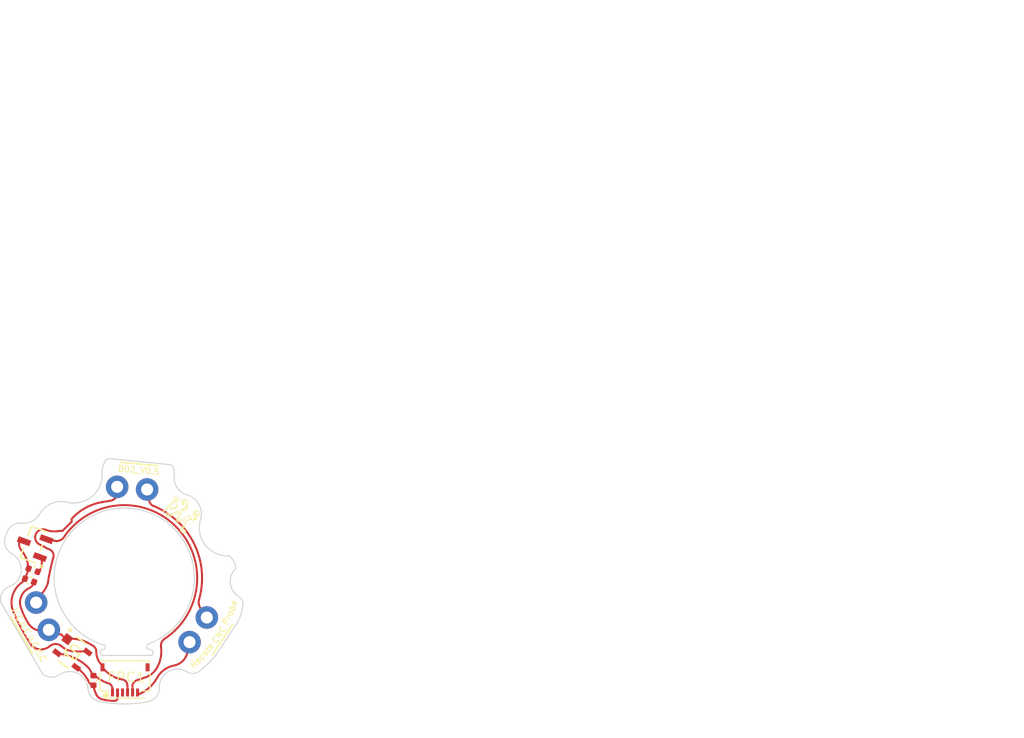
<source format=kicad_pcb>
(kicad_pcb (version 20221018) (generator pcbnew)
  (layers (0 "F.Cu" signal) (31 "B.Cu" signal) (34 "B.Paste" user) (35 "F.Paste" user) (36 "B.SilkS" user "B.Silkscreen") (37 "F.SilkS" user "F.Silkscreen") (38 "B.Mask" user) (39 "F.Mask" user) (44 "Edge.Cuts" user))
  (net 0 "")
  (net 1 "Net-(U1-+VS{slash}GND)")
  (net 2 "Net-(U1-GND{slash}+VS)")
  (net 3 "Net-(U1-+VS)")
  (net 4 "V_USB")
  (net 5 "GND")
  (net 7 "Net-(J1-Pin_1)")
  (net 9 "Net-(J3-Pin_1)")
  (net 10 "Net-(J5-Pin_1)")
  (footprint "TouchProbeLibrary2:SOT-23_TT_MCH" (layer "F.Cu") (at -9.0424 -3.3274 70)
    (fp_text reference "U2" hide)
    (fp_text value "MCP1799T-5002H/TT" hide)
  )
  (footprint "MountingHole:MountingHole_2.1mm" (layer "F.Cu") (at 9.097491 -0.720689)
    (fp_text reference "REF**" hide)
    (fp_text value "MountingHole_2.1mm" hide)
  )
  (footprint "TouchProbeLibrary2:0.0625 ball bearing mouting pad" (layer "F.Cu") (at -8.790648 2.443541 -12)
    (fp_text reference "J3" hide)
    (fp_text value "Conn_01x01_Pin" hide)
  )
  (footprint "TouchProbeLibrary2:0.0625 ball bearing mouting pad" (layer "F.Cu") (at 6.512006 6.390918 -12)
    (fp_text reference "J1" hide)
    (fp_text value "Conn_01x01_Pin" hide)
  )
  (footprint "Capacitor_SMD:C_0402_1005Metric" (layer "F.Cu") (at -3.0734 10.2108 90)
    (fp_text reference "C1" hide)
    (fp_text value "10nF" hide)
  )
  (footprint "TouchProbeLibrary2:SOT143_BAS4002ARPPE6327HTSA1_INF" (layer "F.Cu") (at -5.1816 7.4168 -127)
    (fp_text reference "U1")
    (fp_text value "BAS4002ARPPE6327HTSA1" hide)
  )
  (footprint "TouchProbeLibrary2:Jushuo AFH34-S06FIA-1H FPC C5139821" (layer "F.Cu") (at 0.0762 10.1617)
    (fp_text reference "FPC1")
    (fp_text value "XUNPU_FPC-05F-6PH20_JLCPCB_C2856796" hide)
  )
  (footprint "Capacitor_SMD:C_0402_1005Metric" (layer "F.Cu") (at -9.4488 0.2286 -20)
    (fp_text reference "C3" hide)
    (fp_text value "10uF" hide)
  )
  (footprint "TouchProbeLibrary2:0.0625 ball bearing mouting pad" (layer "F.Cu") (at -7.522843 5.163025 -12)
    (fp_text reference "J2" hide)
    (fp_text value "Conn_01x01_Pin" hide)
  )
  (footprint "TouchProbeLibrary2:0.0625 ball bearing mouting pad" (layer "F.Cu") (at 2.278693 -8.835019 -12)
    (fp_text reference "J5" hide)
    (fp_text value "Conn_01x01_Pin" hide)
  )
  (footprint "TouchProbeLibrary2:0.0625 ball bearing mouting pad" (layer "F.Cu") (at 8.232736 3.93346 -12)
    (fp_text reference "J6" hide)
    (fp_text value "Conn_01x01_Pin" hide)
  )
  (footprint "Capacitor_SMD:C_0402_1005Metric" (layer "F.Cu") (at -9.0932 -0.7874 -20)
    (fp_text reference "C2" hide)
    (fp_text value "10nF" hide)
  )
  (footprint "TouchProbeLibrary2:0.0625 ball bearing mouting pad" (layer "F.Cu") (at -0.709888 -9.096485 -12)
    (fp_text reference "J4" hide)
    (fp_text value "Conn_01x01_Pin" hide)
  )
  (footprint "MountingHole:MountingHole_2.1mm" (layer "F.Cu") (at -6.6548 -6.1976)
    (fp_text reference "REF**" hide)
    (fp_text value "MountingHole_2.1mm" hide)
  )
  (gr_line (start 4.15789 -6.32195) (end 4.156869 -6.332386) (stroke (width 0.07)) (layer "F.SilkS"))
  (gr_line (start 4.218615 -6.244253) (end 4.22208 -6.243375) (stroke (width 0.07)) (layer "F.SilkS"))
  (gr_line (start 4.192102 -6.457602) (end 4.19885 -6.466464) (stroke (width 0.07)) (layer "F.SilkS"))
  (gr_curve (pts (xy 4.236395 -6.222111) (xy 4.236563 -6.219479) (xy 4.236576 -6.216626) (xy 4.236457 -6.21354)) (stroke (width 0.07)) (layer "F.SilkS"))
  (gr_line (start 5.910041 -6.734209) (end 5.927335 -6.740137) (stroke (width 0.07)) (layer "F.SilkS"))
  (gr_curve (pts (xy 4.166445 -6.405998) (xy 4.164655 -6.400378) (xy 4.163076 -6.394689) (xy 4.161691 -6.388948)) (stroke (width 0.07)) (layer "F.SilkS"))
  (gr_line (start 6.280059 -7.08014) (end 6.283492 -7.096156) (stroke (width 0.07)) (layer "F.SilkS"))
  (gr_line (start 7.031209 -5.92455) (end 7.045108 -5.937133) (stroke (width 0.07)) (layer "F.SilkS"))
  (gr_line (start 6.123658 -6.937187) (end 6.134722 -6.949329) (stroke (width 0.07)) (layer "F.SilkS"))
  (gr_line (start 6.188352 -7.157822) (end 6.183686 -7.168738) (stroke (width 0.07)) (layer "F.SilkS"))
  (gr_curve (pts (xy 6.848704 -5.871628) (xy 6.838371 -5.872543) (xy 6.827999 -5.873849) (xy 6.817584 -5.875491)) (stroke (width 0.07)) (layer "F.SilkS"))
  (gr_line (start 6.170669 -7.000006) (end 6.177735 -7.01297) (stroke (width 0.07)) (layer "F.SilkS"))
  (gr_curve (pts (xy 5.958838 -4.853782) (xy 5.964799 -4.851405) (xy 5.970803 -4.848769) (xy 5.976843 -4.845846)) (stroke (width 0.07)) (layer "F.SilkS"))
  (gr_line (start 6.149629 -6.968055) (end 6.158828 -6.98071) (stroke (width 0.07)) (layer "F.SilkS"))
  (gr_curve (pts (xy 6.093585 -6.90799) (xy 6.087225 -6.902368) (xy 6.080705 -6.896873) (xy 6.074047 -6.891524)) (stroke (width 0.07)) (layer "F.SilkS"))
  (gr_curve (pts (xy 7.163767 -5.940998) (xy 7.160354 -5.934232) (xy 7.156835 -5.927474) (xy 7.153191 -5.920722)) (stroke (width 0.07)) (layer "F.SilkS"))
  (gr_curve (pts (xy 4.230952 -6.493887) (xy 4.226565 -6.491258) (xy 4.222276 -6.488358) (xy 4.218097 -6.485195)) (stroke (width 0.07)) (layer "F.SilkS"))
  (gr_curve (pts (xy 6.075139 -4.567299) (xy 6.069417 -4.558222) (xy 6.06297 -4.549416) (xy 6.055835 -4.540957)) (stroke (width 0.07)) (layer "F.SilkS"))
  (gr_curve (pts (xy 6.123658 -6.937187) (xy 6.118025 -6.931157) (xy 6.112182 -6.925208) (xy 6.106154 -6.919357)) (stroke (width 0.07)) (layer "F.SilkS"))
  (gr_arc (start 4.761758 -6.236357) (mid 4.717087 -6.306172) (end 4.699465 -6.387158) (stroke (width 0.07)) (layer "F.SilkS"))
  (gr_curve (pts (xy 4.453969 -6.289964) (xy 4.454072 -6.29066) (xy 4.454171 -6.291355) (xy 4.454269 -6.292046)) (stroke (width 0.07)) (layer "F.SilkS"))
  (gr_line (start 6.279175 -5.663072) (end 5.828054 -4.866713) (stroke (width 0.07)) (layer "F.SilkS"))
  (gr_curve (pts (xy 7.103644 -6.06466) (xy 7.104048 -6.058257) (xy 7.103898 -6.051668) (xy 7.103228 -6.044903)) (stroke (width 0.07)) (layer "F.SilkS"))
  (gr_line (start 5.801029 -4.859673) (end 5.828054 -4.866713) (stroke (width 0.07)) (layer "F.SilkS"))
  (gr_curve (pts (xy 6.199155 -7.097686) (xy 6.199072 -7.091309) (xy 6.19869 -7.084878) (xy 6.198006 -7.078391)) (stroke (width 0.07)) (layer "F.SilkS"))
  (gr_line (start 7.222251 -6.051438) (end 7.214418 -6.039165) (stroke (width 0.07)) (layer "F.SilkS"))
  (gr_line (start 7.074795 -5.828859) (end 7.059387 -5.819458) (stroke (width 0.07)) (layer "F.SilkS"))
  (gr_line (start 4.162568 -6.297944) (end 4.160212 -6.306998) (stroke (width 0.07)) (layer "F.SilkS"))
  (gr_line (start 5.789349 -6.650404) (end 5.804432 -6.667146) (stroke (width 0.07)) (layer "F.SilkS"))
  (gr_curve (pts (xy 4.210151 -6.478134) (xy 4.206241 -6.474483) (xy 4.202469 -6.470587) (xy 4.19885 -6.466464)) (stroke (width 0.07)) (layer "F.SilkS"))
  (gr_curve (pts (xy 6.170669 -7.000006) (xy 6.166998 -6.993536) (xy 6.163052 -6.987102) (xy 6.158828 -6.98071)) (stroke (width 0.07)) (layer "F.SilkS"))
  (gr_curve (pts (xy 4.229386 -6.239847) (xy 4.230611 -6.238857) (xy 4.231719 -6.237698) (xy 4.232687 -6.236355)) (stroke (width 0.07)) (layer "F.SilkS"))
  (gr_curve (pts (xy 7.063071 -5.957927) (xy 7.057497 -5.950811) (xy 7.051502 -5.943865) (xy 7.045108 -5.937133)) (stroke (width 0.07)) (layer "F.SilkS"))
  (gr_curve (pts (xy 5.995122 -4.493539) (xy 5.985788 -4.488501) (xy 5.976416 -4.48421) (xy 5.96713 -4.480692)) (stroke (width 0.07)) (layer "F.SilkS"))
  (gr_curve (pts (xy 5.949217 -4.476003) (xy 5.940387 -4.474038) (xy 5.931805 -4.472826) (xy 5.923522 -4.472342)) (stroke (width 0.07)) (layer "F.SilkS"))
  (gr_line (start 5.953994 -6.747781) (end 5.972053 -6.752752) (stroke (width 0.07)) (layer "F.SilkS"))
  (gr_line (start 6.64489 -5.928978) (end 6.664217 -5.921328) (stroke (width 0.07)) (layer "F.SilkS"))
  (gr_curve (pts (xy 5.752759 -6.601389) (xy 5.751989 -6.600206) (xy 5.751216 -6.599018) (xy 5.748917 -6.595407)) (stroke (width 0.07)) (layer "F.SilkS"))
  (gr_line (start 6.292941 -7.322007) (end 6.297903 -7.335387) (stroke (width 0.07)) (layer "F.SilkS"))
  (gr_curve (pts (xy 7.214418 -6.039165) (xy 7.210577 -6.032994) (xy 7.20689 -6.026741) (xy 7.203323 -6.020409)) (stroke (width 0.07)) (layer "F.SilkS"))
  (gr_line (start 7.063071 -5.957927) (end 7.073793 -5.972307) (stroke (width 0.07)) (layer "F.SilkS"))
  (gr_curve (pts (xy 7.323633 -6.14843) (xy 7.316324 -6.143719) (xy 7.309251 -6.138911) (xy 7.302427 -6.134006)) (stroke (width 0.07)) (layer "F.SilkS"))
  (gr_line (start 5.867964 -6.715406) (end 5.884514 -6.72403) (stroke (width 0.07)) (layer "F.SilkS"))
  (gr_line (start 6.249766 -6.995232) (end 6.257722 -7.012799) (stroke (width 0.07)) (layer "F.SilkS"))
  (gr_line (start 6.174753 -7.183859) (end 6.168048 -7.193379) (stroke (width 0.07)) (layer "F.SilkS"))
  (gr_curve (pts (xy 7.239844 -6.381663) (xy 7.28982 -6.331082) (xy 7.350547 -6.289214) (xy 7.438292 -6.244678)) (stroke (width 0.07)) (layer "F.SilkS"))
  (gr_line (start 4.378679 -6.053453) (end 5.477851 -6.578435) (stroke (width 0.07)) (layer "F.SilkS"))
  (gr_line (start 5.317732 -5.66491) (end 5.258063 -5.72889) (stroke (width 0.07)) (layer "F.SilkS"))
  (gr_line (start 7.271183 -6.108346) (end 7.260147 -6.097495) (stroke (width 0.07)) (layer "F.SilkS"))
  (gr_line (start 6.199155 -7.097686) (end 6.199021 -7.110376) (stroke (width 0.07)) (layer "F.SilkS"))
  (gr_curve (pts (xy 5.751833 -4.610353) (xy 5.750164 -4.61513) (xy 5.748497 -4.619672) (xy 5.746789 -4.623926)) (stroke (width 0.07)) (layer "F.SilkS"))
  (gr_line (start 5.477851 -6.578435) (end 5.52229 -6.530779) (stroke (width 0.07)) (layer "F.SilkS"))
  (gr_line (start 7.050662 -6.150619) (end 7.037122 -6.161998) (stroke (width 0.07)) (layer "F.SilkS"))
  (gr_line (start 6.037327 -4.801848) (end 6.048741 -4.789307) (stroke (width 0.07)) (layer "F.SilkS"))
  (gr_line (start 4.230952 -6.493887) (end 4.239844 -6.498884) (stroke (width 0.07)) (layer "F.SilkS"))
  (gr_curve (pts (xy 6.019399 -4.817834) (xy 6.025432 -4.812882) (xy 6.031425 -4.807556) (xy 6.037327 -4.801848)) (stroke (width 0.07)) (layer "F.SilkS"))
  (gr_curve (pts (xy 6.196609 -7.12881) (xy 6.197701 -7.12276) (xy 6.198505 -7.116615) (xy 6.199021 -7.110376)) (stroke (width 0.07)) (layer "F.SilkS"))
  (gr_circle (center 5.152458 -7.821007) (end 5.23996 -7.727178) (fill solid) (layer "F.SilkS"))
  (gr_line (start 4.442838 -6.398845) (end 4.445878 -6.390925) (stroke (width 0.07)) (layer "F.SilkS"))
  (gr_line (start 5.838502 -4.868467) (end 5.845388 -4.869258) (stroke (width 0.07)) (layer "F.SilkS"))
  (gr_curve (pts (xy 6.307721 -7.355705) (xy 6.304125 -7.348894) (xy 6.300856 -7.342127) (xy 6.297903 -7.335387)) (stroke (width 0.07)) (layer "F.SilkS"))
  (gr_curve (pts (xy 6.249766 -6.995232) (xy 6.245668 -6.986422) (xy 6.241333 -6.977577) (xy 6.236779 -6.968701)) (stroke (width 0.07)) (layer "F.SilkS"))
  (gr_curve (pts (xy 5.716744 -4.647305) (xy 5.713272 -4.64685) (xy 5.709567 -4.645865) (xy 5.705634 -4.644331)) (stroke (width 0.07)) (layer "F.SilkS"))
  (gr_curve (pts (xy 7.07848 -6.122961) (xy 7.083065 -6.117472) (xy 7.087141 -6.111965) (xy 7.090721 -6.106408)) (stroke (width 0.07)) (layer "F.SilkS"))
  (gr_line (start 5.723469 -4.647675) (end 5.716744 -4.647305) (stroke (width 0.07)) (layer "F.SilkS"))
  (gr_line (start 5.96713 -4.480692) (end 5.949217 -4.476003) (stroke (width 0.07)) (layer "F.SilkS"))
  (gr_poly (pts (xy 6.92826 -6.548931) (xy 6.923008 -6.538099) (xy 6.914076 -6.515753) (xy 6.906973 -6.492747) (xy 6.901753 -6.469246) (xy 6.898439 -6.445408) (xy 6.897068 -6.421369) (xy 6.897633 -6.397309) (xy 6.900138 -6.373369) (xy 6.904571 -6.349708) (xy 6.910902 -6.326485) (xy 6.919072 -6.303847) (xy 6.929057 -6.281944) (xy 6.940767 -6.26091) (xy 6.954138 -6.240897) (xy 6.969081 -6.222026) (xy 6.985498 -6.204416) (xy 6.99431 -6.196223) (xy 7.02539 -6.211111) (xy 7.04299 -6.219994) (xy 7.061666 -6.230905) (xy 7.078065 -6.243418) (xy 7.086116 -6.250345) (xy 7.100828 -6.264351) (xy 7.11228 -6.278642) (xy 7.118418 -6.287476) (xy 7.128157 -6.303527) (xy 7.134147 -6.318374) (xy 7.137299 -6.328635) (xy 7.141052 -6.345591) (xy 7.141334 -6.360759) (xy 7.140503 -6.371105) (xy 7.137628 -6.388009) (xy 7.131593 -6.403571) (xy 7.127056 -6.412798) (xy 7.117579 -6.429023) (xy 7.104961 -6.444496) (xy 7.097587 -6.452465) (xy 7.082071 -6.467701) (xy 7.070128 -6.47735) (xy 7.062056 -6.483472) (xy 7.053679 -6.489522) (xy 7.032826 -6.503644) (xy 7.015374 -6.513805) (xy 7.00632 -6.518813) (xy 6.997059 -6.523763) (xy 6.978184 -6.533441) (xy 6.959259 -6.541135) (xy 6.949199 -6.544082) (xy 6.938565 -6.546705)) (fill solid) (layer "F.SilkS"))
  (gr_curve (pts (xy 6.227032 -6.950997) (xy 6.222063 -6.94216) (xy 6.216892 -6.933352) (xy 6.211519 -6.92461)) (stroke (width 0.07)) (layer "F.SilkS"))
  (gr_arc (start 7.020424 -6.174721) (mid 7.219733 -6.715072) (end 7.323981 -6.14865) (stroke (width 0.07)) (layer "F.SilkS"))
  (gr_curve (pts (xy 6.744827 -5.893237) (xy 6.734525 -5.89636) (xy 6.724274 -5.899645) (xy 6.714092 -5.903071)) (stroke (width 0.07)) (layer "F.SilkS"))
  (gr_line (start 5.755194 -4.600567) (end 5.751833 -4.610353) (stroke (width 0.07)) (layer "F.SilkS"))
  (gr_curve (pts (xy 6.093588 -4.710886) (xy 6.096427 -4.701851) (xy 6.09874 -4.692582) (xy 6.100442 -4.683117)) (stroke (width 0.07)) (layer "F.SilkS"))
  (gr_line (start 4.175725 -6.268354) (end 4.179857 -6.263151) (stroke (width 0.07)) (layer "F.SilkS"))
  (gr_line (start 6.100442 -4.683117) (end 6.101828 -4.663796) (stroke (width 0.07)) (layer "F.SilkS"))
  (gr_curve (pts (xy 6.796729 -5.879686) (xy 6.786305 -5.881915) (xy 6.775884 -5.884423) (xy 6.765489 -5.887169)) (stroke (width 0.07)) (layer "F.SilkS"))
  (gr_line (start 4.449559 -6.378808) (end 4.451668 -6.370643) (stroke (width 0.07)) (layer "F.SilkS"))
  (gr_line (start 6.744827 -5.893237) (end 6.765489 -5.887169) (stroke (width 0.07)) (layer "F.SilkS"))
  (gr_line (start 4.232687 -6.236355) (end 4.234233 -6.233058) (stroke (width 0.07)) (layer "F.SilkS"))
  (gr_line (start 6.317225 -5.719978) (end 6.305751 -5.704493) (stroke (width 0.07)) (layer "F.SilkS"))
  (gr_line (start 6.15619 -7.206174) (end 6.147591 -7.214073) (stroke (width 0.07)) (layer "F.SilkS"))
  (gr_curve (pts (xy 6.693978 -5.91023) (xy 6.683961 -5.913848) (xy 6.674037 -5.917556) (xy 6.664217 -5.921328)) (stroke (width 0.07)) (layer "F.SilkS"))
  (gr_curve (pts (xy 4.212755 -6.245316) (xy 4.214784 -6.244944) (xy 4.216741 -6.244604) (xy 4.218615 -6.244253)) (stroke (width 0.07)) (layer "F.SilkS"))
  (gr_curve (pts (xy 7.180196 -5.974655) (xy 7.176978 -5.967977) (xy 7.173759 -5.961263) (xy 7.170507 -5.954519)) (stroke (width 0.07)) (layer "F.SilkS"))
  (gr_curve (pts (xy 5.953717 -6.831355) (xy 5.94672 -6.830244) (xy 5.939802 -6.829587) (xy 5.932969 -6.829428)) (stroke (width 0.07)) (layer "F.SilkS"))
  (gr_curve (pts (xy 6.47167 -5.847514) (xy 6.46647 -5.846426) (xy 6.461459 -5.844996) (xy 6.45657 -5.843219)) (stroke (width 0.07)) (layer "F.SilkS"))
  (gr_line (start 4.19759 -6.249504) (end 4.202068 -6.247894) (stroke (width 0.07)) (layer "F.SilkS"))
  (gr_curve (pts (xy 7.031209 -5.92455) (xy 7.024074 -5.918414) (xy 7.016599 -5.912616) (xy 7.008795 -5.907194)) (stroke (width 0.07)) (layer "F.SilkS"))
  (gr_curve (pts (xy 6.280059 -7.08014) (xy 6.278189 -7.072061) (xy 6.276021 -7.063878) (xy 6.273541 -7.055561)) (stroke (width 0.07)) (layer "F.SilkS"))
  (gr_line (start 7.244602 -6.080799) (end 7.235312 -6.069209) (stroke (width 0.07)) (layer "F.SilkS"))
  (gr_line (start 5.827743 -6.688102) (end 5.843557 -6.700492) (stroke (width 0.07)) (layer "F.SilkS"))
  (gr_curve (pts (xy 5.988993 -4.839053) (xy 5.995078 -4.835495) (xy 6.001181 -4.831611) (xy 6.007278 -4.82738)) (stroke (width 0.07)) (layer "F.SilkS"))
  (gr_line (start 4.210151 -6.478134) (end 4.218097 -6.485195) (stroke (width 0.07)) (layer "F.SilkS"))
  (gr_line (start 5.923522 -4.472342) (end 5.907886 -4.473279) (stroke (width 0.07)) (layer "F.SilkS"))
  (gr_curve (pts (xy 4.456263 -6.337062) (xy 4.456029 -6.341338) (xy 4.455685 -6.345588) (xy 4.455233 -6.349813)) (stroke (width 0.07)) (layer "F.SilkS"))
  (gr_curve (pts (xy 6.046163 -6.777558) (xy 6.036925 -6.773652) (xy 6.027627 -6.770055) (xy 6.018309 -6.766745)) (stroke (width 0.07)) (layer "F.SilkS"))
  (gr_curve (pts (xy 6.446908 -5.838646) (xy 6.442075 -5.836192) (xy 6.437239 -5.833404) (xy 6.432358 -5.830285)) (stroke (width 0.07)) (layer "F.SilkS"))
  (gr_line (start 5.916868 -6.891889) (end 5.865592 -6.946881) (stroke (width 0.07)) (layer "F.SilkS"))
  (gr_curve (pts (xy 4.456401 -6.315467) (xy 4.456586 -6.319833) (xy 4.456663 -6.324172) (xy 4.456636 -6.328494)) (stroke (width 0.07)) (layer "F.SilkS"))
  (gr_line (start 4.302655 -6.509291) (end 4.312484 -6.50806) (stroke (width 0.07)) (layer "F.SilkS"))
  (gr_curve (pts (xy 5.953994 -6.747781) (xy 5.945017 -6.745281) (xy 5.936124 -6.742765) (xy 5.927335 -6.740137)) (stroke (width 0.07)) (layer "F.SilkS"))
  (gr_curve (pts (xy 4.350217 -6.496002) (xy 4.34572 -6.498049) (xy 4.341141 -6.49996) (xy 4.336477 -6.501689)) (stroke (width 0.07)) (layer "F.SilkS"))
  (gr_curve (pts (xy 5.919611 -6.830628) (xy 5.912983 -6.831495) (xy 5.906473 -6.832888) (xy 5.900073 -6.834812)) (stroke (width 0.07)) (layer "F.SilkS"))
  (gr_curve (pts (xy 4.433733 -6.418185) (xy 4.431665 -6.42198) (xy 4.429471 -6.425724) (xy 4.427149 -6.429424)) (stroke (width 0.07)) (layer "F.SilkS"))
  (gr_line (start 5.953717 -6.831355) (end 5.967782 -6.834039) (stroke (width 0.07)) (layer "F.SilkS"))
  (gr_curve (pts (xy 4.162568 -6.297944) (xy 4.163814 -6.293522) (xy 4.165212 -6.289311) (xy 4.166746 -6.285328)) (stroke (width 0.07)) (layer "F.SilkS"))
  (gr_curve (pts (xy 5.743074 -4.631302) (xy 5.741152 -4.63479) (xy 5.739101 -4.637869) (xy 5.736891 -4.640502)) (stroke (width 0.07)) (layer "F.SilkS"))
  (gr_curve (pts (xy 6.105417 -7.237909) (xy 6.111357 -7.235639) (xy 6.117093 -7.233135) (xy 6.12261 -7.230412)) (stroke (width 0.07)) (layer "F.SilkS"))
  (gr_line (start 5.976843 -4.845846) (end 5.988993 -4.839053) (stroke (width 0.07)) (layer "F.SilkS"))
  (gr_line (start 7.153191 -5.920722) (end 7.145361 -5.907339) (stroke (width 0.07)) (layer "F.SilkS"))
  (gr_line (start 4.208638 -6.246101) (end 4.212755 -6.245316) (stroke (width 0.07)) (layer "F.SilkS"))
  (gr_line (start 4.422113 -6.436674) (end 4.427149 -6.429424) (stroke (width 0.07)) (layer "F.SilkS"))
  (gr_line (start 4.236457 -6.21354) (end 4.235799 -6.206679) (stroke (width 0.07)) (layer "F.SilkS"))
  (gr_curve (pts (xy 6.511726 -5.986447) (xy 6.503614 -5.990162) (xy 6.495627 -5.993849) (xy 6.487771 -5.997506)) (stroke (width 0.07)) (layer "F.SilkS"))
  (gr_line (start 6.693978 -5.91023) (end 6.714092 -5.903071) (stroke (width 0.07)) (layer "F.SilkS"))
  (gr_line (start 6.5532 -5.842) (end 6.536408 -5.845186) (stroke (width 0.07)) (layer "F.SilkS"))
  (gr_line (start 5.258063 -5.72889) (end 5.748917 -6.595407) (stroke (width 0.07)) (layer "F.SilkS"))
  (gr_curve (pts (xy 6.536408 -5.845186) (xy 6.528252 -5.846646) (xy 6.52059 -5.847834) (xy 6.513403 -5.848725)) (stroke (width 0.07)) (layer "F.SilkS"))
  (gr_line (start 5.917926 -4.865871) (end 5.929471 -4.863209) (stroke (width 0.07)) (layer "F.SilkS"))
  (gr_curve (pts (xy 4.449559 -6.378808) (xy 4.448448 -6.38288) (xy 4.447217 -6.386915) (xy 4.445878 -6.390925)) (stroke (width 0.07)) (layer "F.SilkS"))
  (gr_line (start 5.580153 -4.765028) (end 5.697071 -4.639649) (stroke (width 0.07)) (layer "F.SilkS"))
  (gr_curve (pts (xy 6.118611 -7.515365) (xy 6.170545 -7.465355) (xy 6.233506 -7.424519) (xy 6.305094 -7.390664)) (stroke (width 0.07)) (layer "F.SilkS"))
  (gr_line (start 6.795628 -5.790865) (end 6.768067 -5.795177) (stroke (width 0.07)) (layer "F.SilkS"))
  (gr_arc (start 4.642662 -6.179261) (mid 4.59925 -6.249713) (end 4.583098 -6.330873) (stroke (width 0.07)) (layer "F.SilkS"))
  (gr_line (start 6.575317 -6.185847) (end 6.523885 -6.240999) (stroke (width 0.07)) (layer "F.SilkS"))
  (gr_curve (pts (xy 6.19571 -7.065351) (xy 6.194411 -7.058819) (xy 6.192804 -7.052261) (xy 6.190891 -7.045701)) (stroke (width 0.07)) (layer "F.SilkS"))
  (gr_line (start 6.985291 -5.791473) (end 6.963046 -5.787737) (stroke (width 0.07)) (layer "F.SilkS"))
  (gr_line (start 5.999726 -6.760824) (end 6.018309 -6.766745) (stroke (width 0.07)) (layer "F.SilkS"))
  (gr_curve (pts (xy 5.907886 -4.473279) (xy 5.900224 -4.474041) (xy 5.892858 -4.475379) (xy 5.885798 -4.477226)) (stroke (width 0.07)) (layer "F.SilkS"))
  (gr_curve (pts (xy 6.287536 -7.155863) (xy 6.287722 -7.14876) (xy 6.287754 -7.141559) (xy 6.287561 -7.134235)) (stroke (width 0.07)) (layer "F.SilkS"))
  (gr_line (start 6.947908 -5.879542) (end 6.966362 -5.885338) (stroke (width 0.07)) (layer "F.SilkS"))
  (gr_line (start 6.0736 -7.246982) (end 6.059837 -7.24947) (stroke (width 0.07)) (layer "F.SilkS"))
  (gr_curve (pts (xy 7.059387 -5.819458) (xy 7.051477 -5.814907) (xy 7.043136 -5.810662) (xy 7.034368 -5.806749)) (stroke (width 0.07)) (layer "F.SilkS"))
  (gr_line (start 6.1361 -5.87255) (end 6.180538 -5.824894) (stroke (width 0.07)) (layer "F.SilkS"))
  (gr_line (start 5.705634 -4.644331) (end 5.697071 -4.639649) (stroke (width 0.07)) (layer "F.SilkS"))
  (gr_poly (pts (xy 5.152458 -8.258265) (xy 5.154787 -8.258147) (xy 5.158816 -8.25581) (xy 5.161124 -8.251756) (xy 5.161225 -8.249428) (xy 5.159475 -8.023875) (xy 5.159339 -8.022032) (xy 5.157488 -8.018859) (xy 5.154296 -8.017023) (xy 5.150614 -8.017018) (xy 5.147428 -8.018855) (xy 5.145569 -8.022033) (xy 5.14544 -8.023871) (xy 5.143689 -8.249429) (xy 5.14379 -8.251756) (xy 5.1461 -8.255808) (xy 5.150125 -8.258146)) (stroke (width 0.05)) (fill solid) (layer "F.SilkS"))
  (gr_poly (pts (xy 5.354335 -7.799859) (xy 5.35251 -7.800124) (xy 5.349465 -7.802193) (xy 5.347867 -7.805506) (xy 5.348127 -7.809177) (xy 5.350169 -7.812227) (xy 5.35347 -7.813858) (xy 5.355318 -7.813858) (xy 5.580446 -7.799875) (xy 5.582759 -7.799607) (xy 5.586636 -7.797024) (xy 5.588693 -7.792842) (xy 5.588651 -7.790511) (xy 5.588371 -7.788198) (xy 5.585751 -7.784341) (xy 5.58155 -7.78232) (xy 5.579219 -7.782377)) (stroke (width 0.05)) (fill solid) (layer "F.SilkS"))
  (gr_poly (pts (xy 3.877725 -6.632946) (xy 3.870648 -6.64079) (xy 3.863964 -6.648701) (xy 3.856682 -6.658043) (xy 3.848904 -6.66938) (xy 3.843858 -6.678611) (xy 3.842714 -6.689106) (xy 4.16154 -6.986405) (xy 4.179851 -6.979255) (xy 4.188464 -6.972615) (xy 4.254455 -7.034495) (xy 4.251976 -7.03787) (xy 4.250803 -7.039519) (xy 4.249679 -7.041128) (xy 4.248597 -7.042714) (xy 4.247567 -7.044261) (xy 4.246576 -7.045771) (xy 4.245639 -7.047244) (xy 4.244751 -7.048688) (xy 4.243904 -7.050088) (xy 4.243102 -7.051455) (xy 4.242352 -7.052777) (xy 4.241659 -7.054058) (xy 4.241007 -7.055309) (xy 4.240413 -7.056513) (xy 4.23986 -7.057666) (xy 4.239363 -7.058784) (xy 4.238916 -7.059852) (xy 4.238523 -7.060881) (xy 4.238179 -7.061854) (xy 4.237883 -7.06279) (xy 4.237651 -7.063673) (xy 4.237464 -7.064503) (xy 4.237334 -7.065292) (xy 4.237252 -7.066023) (xy 4.237235 -7.066704) (xy 4.237266 -7.067327) (xy 4.237351 -7.0679) (xy 4.237498 -7.068422) (xy 4.237697 -7.068883) (xy 4.238269 -7.069638) (xy 4.65247 -7.455893) (xy 4.653679 -7.456561) (xy 4.654184 -7.456666) (xy 4.654731 -7.456724) (xy 4.655325 -7.456727) (xy 4.655963 -7.456673) (xy 4.656645 -7.456564) (xy 4.657374 -7.45641) (xy 4.658143 -7.456199) (xy 4.658956 -7.455927) (xy 4.659812 -7.455607) (xy 4.660707 -7.455241) (xy 4.661642 -7.454816) (xy 4.66262 -7.454349) (xy 4.663633 -7.453827) (xy 4.664685 -7.453259) (xy 4.665772 -7.452636) (xy 4.666898 -7.451962) (xy 4.668059 -7.45124) (xy 4.669251 -7.450471) (xy 4.670486 -7.449658) (xy 4.671746 -7.448786) (xy 4.673045 -7.447883) (xy 4.674366 -7.446923) (xy 4.675726 -7.445918) (xy 4.677115 -7.444869) (xy 4.678531 -7.443771) (xy 4.67998 -7.442625) (xy 4.681452 -7.441441) (xy 4.682958 -7.440207) (xy 4.684478 -7.438934) (xy 4.791771 -7.539017) (xy 4.789331 -7.542418) (xy 4.788188 -7.544058) (xy 4.787093 -7.545674) (xy 4.786042 -7.547254) (xy 4.785038 -7.548788) (xy 4.784099 -7.550297) (xy 4.783192 -7.551751) (xy 4.782344 -7.553178) (xy 4.781544 -7.554555) (xy 4.780795 -7.555898) (xy 4.780096 -7.557192) (xy 4.779456 -7.558446) (xy 4.778864 -7.559655) (xy 4.778328 -7.560818) (xy 4.777837 -7.561934) (xy 4.777407 -7.563008) (xy 4.777028 -7.56403) (xy 4.776711 -7.565003) (xy 4.776432 -7.565917) (xy 4.776224 -7.566792) (xy 4.776064 -7.567612) (xy 4.775953 -7.56838) (xy 4.775917 -7.569098) (xy 4.775923 -7.569753) (xy 4.775987 -7.570351) (xy 4.776113 -7.570902) (xy 4.776292 -7.571389) (xy 4.776833 -7.572195) (xy 4.777604 -7.572756) (xy 4.787137 -7.582939) (xy 4.804724 -7.604598) (xy 4.820526 -7.62758) (xy 4.834454 -7.651754) (xy 4.846413 -7.676961) (xy 4.856331 -7.703036) (xy 4.864135 -7.729818) (xy 4.86709 -7.743447) (xy 4.87572 -7.751495) (xy 4.884002 -7.75441) (xy 4.901065 -7.758501) (xy 4.918493 -7.760562) (xy 4.936039 -7.760572) (xy 4.953467 -7.758534) (xy 4.970541 -7.754465) (xy 4.98702 -7.748424) (xy 5.002677 -7.740502) (xy 5.017301 -7.730803) (xy 5.030687 -7.719457) (xy 5.042659 -7.706622) (xy 5.053041 -7.692477) (xy 5.0617 -7.677212) (xy 5.068511 -7.661041) (xy 5.073387 -7.644181) (xy 5.076249 -7.626865) (xy 5.077072 -7.609344) (xy 5.075835 -7.591838) (xy 5.072558 -7.574593) (xy 5.067288 -7.557852) (xy 5.063808 -7.549801) (xy 5.055182 -7.541748) (xy 5.041373 -7.539754) (xy 5.014113 -7.533834) (xy 4.987406 -7.525769) (xy 4.961427 -7.515594) (xy 4.936343 -7.503383) (xy 4.912312 -7.489224) (xy 4.889483 -7.473184) (xy 4.878655 -7.464393) (xy 4.877206 -7.463177) (xy 4.876708 -7.463031) (xy 4.876154 -7.462943) (xy 4.875552 -7.462924) (xy 4.87489 -7.462953) (xy 4.874182 -7.463055) (xy 4.873429 -7.463207) (xy 4.872623 -7.46342) (xy 4.871774 -7.463699) (xy 4.870871 -7.464025) (xy 4.869925 -7.464416) (xy 4.868935 -7.464865) (xy 4.867902 -7.465368) (xy 4.866826 -7.465933) (xy 4.865701 -7.466543) (xy 4.864539 -7.467218) (xy 4.86334 -7.467941) (xy 4.862096 -7.46873) (xy 4.860813 -7.469562) (xy 4.859497 -7.470449) (xy 4.858143 -7.471399) (xy 4.856747 -7.472396) (xy 4.85532 -7.473442) (xy 4.853854 -7.474544) (xy 4.852356 -7.475699) (xy 4.85083 -7.476909) (xy 4.84927 -7.47816) (xy 4.847679 -7.479466) (xy 4.846055 -7.480821) (xy 4.738666 -7.380824) (xy 4.747627 -7.367405) (xy 4.752536 -7.357906) (xy 4.753318 -7.34769) (xy 4.339144 -6.961461) (xy 4.337832 -6.960765) (xy 4.337292 -6.960664) (xy 4.336689 -6.960621) (xy 4.336036 -6.96064) (xy 4.335329 -6.960726) (xy 4.334577 -6.960867) (xy 4.333774 -6.961067) (xy 4.332922 -6.961332) (xy 4.332024 -6.961655) (xy 4.331076 -6.962039) (xy 4.330082 -6.96248) (xy 4.329044 -6.962979) (xy 4.327966 -6.963532) (xy 4.326845 -6.964145) (xy 4.325679 -6.964819) (xy 4.324471 -6.965539) (xy 4.323225 -6.966319) (xy 4.321946 -6.967154) (xy 4.320622 -6.968036) (xy 4.319268 -6.968982) (xy 4.317874 -6.969979) (xy 4.316446 -6.971021) (xy 4.314982 -6.972123) (xy 4.31348 -6.973271) (xy 4.311957 -6.974471) (xy 4.310398 -6.975722) (xy 4.308803 -6.977027) (xy 4.307187 -6.978381) (xy 4.305537 -6.979775) (xy 4.303873 -6.981221) (xy 4.237928 -6.919413) (xy 4.249344 -6.901374) (xy 4.250628 -6.890885) (xy 3.931702 -6.593494) (xy 3.917975 -6.59746) (xy 3.909594 -6.603337) (xy 3.901319 -6.610083) (xy 3.885058 -6.625314)) (fill solid) (layer "F.SilkS"))
  (gr_curve (pts (xy 4.454005 -6.358195) (xy 4.453329 -6.362368) (xy 4.452552 -6.366516) (xy 4.451668 -6.370643)) (stroke (width 0.07)) (layer "F.SilkS"))
  (gr_line (start 5.946959 -4.858264) (end 5.958838 -4.853782) (stroke (width 0.07)) (layer "F.SilkS"))
  (gr_poly (pts (xy 5.792287 -7.707381) (xy 5.786588 -7.69602) (xy 5.776843 -7.672557) (xy 5.769016 -7.648383) (xy 5.763159 -7.623652) (xy 5.759312 -7.598528) (xy 5.757509 -7.573186) (xy 5.757752 -7.547774) (xy 5.760044 -7.522465) (xy 5.764364 -7.497422) (xy 5.770689 -7.47281) (xy 5.778976 -7.448787) (xy 5.789172 -7.42551) (xy 5.801213 -7.403134) (xy 5.815013 -7.381798) (xy 5.83049 -7.361644) (xy 5.84754 -7.3428) (xy 5.856713 -7.334005) (xy 5.890086 -7.348242) (xy 5.901004 -7.35382) (xy 5.910359 -7.358899) (xy 5.930126 -7.370471) (xy 5.947359 -7.382885) (xy 5.955806 -7.38962) (xy 5.971197 -7.403034) (xy 5.98312 -7.416371) (xy 5.989503 -7.424556) (xy 5.999637 -7.439389) (xy 6.005872 -7.453086) (xy 6.009183 -7.462593) (xy 6.013151 -7.478383) (xy 6.0136 -7.491977) (xy 6.012827 -7.502638) (xy 6.010047 -7.518985) (xy 6.004043 -7.534475) (xy 5.999498 -7.543803) (xy 5.98996 -7.560429) (xy 5.982871 -7.569827) (xy 5.976459 -7.577663) (xy 5.969588 -7.585507) (xy 5.953662 -7.602246) (xy 5.941283 -7.613247) (xy 5.932892 -7.620317) (xy 5.924148 -7.627394) (xy 5.902306 -7.644159) (xy 5.890874 -7.652009) (xy 5.881446 -7.658301) (xy 5.872979 -7.663795) (xy 5.864322 -7.66929) (xy 5.84325 -7.682268) (xy 5.832192 -7.688517) (xy 5.822714 -7.693451) (xy 5.812546 -7.698357) (xy 5.802146 -7.703081)) (fill solid) (layer "F.SilkS"))
  (gr_line (start 5.853489 -4.490764) (end 5.841815 -4.497569) (stroke (width 0.07)) (layer "F.SilkS"))
  (gr_curve (pts (xy 5.731893 -4.644282) (xy 5.729291 -4.645924) (xy 5.726486 -4.647066) (xy 5.723469 -4.647675)) (stroke (width 0.07)) (layer "F.SilkS"))
  (gr_line (start 7.107142 -5.856361) (end 7.094875 -5.844956) (stroke (width 0.07)) (layer "F.SilkS"))
  (gr_line (start 5.956736 -7.835413) (end 5.954109 -7.853066) (stroke (width 0.07)) (layer "F.SilkS"))
  (gr_line (start 4.159544 -6.377429) (end 4.161691 -6.388948) (stroke (width 0.07)) (layer "F.SilkS"))
  (gr_arc (start 5.874277 -4.94811) (mid 5.79307 -4.970916) (end 5.726446 -5.022637) (stroke (width 0.07)) (layer "F.SilkS"))
  (gr_curve (pts (xy 5.872452 -4.482075) (xy 5.865898 -4.484669) (xy 5.859591 -4.487592) (xy 5.853489 -4.490764)) (stroke (width 0.07)) (layer "F.SilkS"))
  (gr_curve (pts (xy 6.039839 -4.525375) (xy 6.031592 -4.517831) (xy 6.022848 -4.510791) (xy 6.013744 -4.504343)) (stroke (width 0.07)) (layer "F.SilkS"))
  (gr_line (start 4.326975 -6.504593) (end 4.336477 -6.501689) (stroke (width 0.07)) (layer "F.SilkS"))
  (gr_curve (pts (xy 4.442838 -6.398845) (xy 4.441262 -6.402783) (xy 4.439562 -6.406693) (xy 4.437746 -6.410565)) (stroke (width 0.07)) (layer "F.SilkS"))
  (gr_line (start 6.305094 -7.390664) (end 6.32347 -7.382207) (stroke (width 0.07)) (layer "F.SilkS"))
  (gr_line (start 4.156743 -6.34892) (end 4.157253 -6.360191) (stroke (width 0.07)) (layer "F.SilkS"))
  (gr_line (start 7.302427 -6.134006) (end 7.289498 -6.123914) (stroke (width 0.07)) (layer "F.SilkS"))
  (gr_curve (pts (xy 4.156743 -6.34892) (xy 4.156585 -6.343325) (xy 4.15663 -6.337807) (xy 4.156869 -6.332386)) (stroke (width 0.07)) (layer "F.SilkS"))
  (gr_line (start 5.885798 -4.477226) (end 5.872452 -4.482075) (stroke (width 0.07)) (layer "F.SilkS"))
  (gr_line (start 4.456263 -6.337062) (end 4.456636 -6.328494) (stroke (width 0.07)) (layer "F.SilkS"))
  (gr_line (start 4.433733 -6.418185) (end 4.437746 -6.410565) (stroke (width 0.07)) (layer "F.SilkS"))
  (gr_line (start 6.992303 -5.89763) (end 7.008795 -5.907194) (stroke (width 0.07)) (layer "F.SilkS"))
  (gr_line (start 6.927917 -5.783912) (end 6.902767 -5.783302) (stroke (width 0.07)) (layer "F.SilkS"))
  (gr_line (start 4.235799 -6.206679) (end 4.378679 -6.053453) (stroke (width 0.07)) (layer "F.SilkS"))
  (gr_curve (pts (xy 4.391061 -6.470105) (xy 4.38744 -6.473135) (xy 4.383696 -6.476079) (xy 4.379824 -6.478918)) (stroke (width 0.07)) (layer "F.SilkS"))
  (gr_curve (pts (xy 6.64489 -5.928978) (xy 6.635277 -5.932821) (xy 6.625786 -5.936682) (xy 6.616402 -5.940567)) (stroke (width 0.07)) (layer "F.SilkS"))
  (gr_curve (pts (xy 4.190798 -6.253311) (xy 4.19305 -6.251825) (xy 4.19532 -6.250563) (xy 4.19759 -6.249504)) (stroke (width 0.07)) (layer "F.SilkS"))
  (gr_line (start 4.166746 -6.285328) (end 4.170155 -6.278083) (stroke (width 0.07)) (layer "F.SilkS"))
  (gr_curve (pts (xy 6.091253 -6.800424) (xy 6.082523 -6.795163) (xy 6.073611 -6.79025) (xy 6.064552 -6.785686)) (stroke (width 0.07)) (layer "F.SilkS"))
  (gr_curve (pts (xy 6.101828 -4.663796) (xy 6.102179 -4.654081) (xy 6.101821 -4.64427) (xy 6.100716 -4.63441)) (stroke (width 0.07)) (layer "F.SilkS"))
  (gr_curve (pts (xy 6.395324 -5.801358) (xy 6.389656 -5.796428) (xy 6.383855 -5.791214) (xy 6.377938 -5.785734)) (stroke (width 0.07)) (layer "F.SilkS"))
  (gr_line (start 6.105417 -7.237909) (end 6.093314 -7.242221) (stroke (width 0.07)) (layer "F.SilkS"))
  (gr_line (start 6.046163 -6.777558) (end 6.064552 -6.785686) (stroke (width 0.07)) (layer "F.SilkS"))
  (gr_curve (pts (xy 7.086485 -5.994481) (xy 7.082738 -5.987085) (xy 7.078496 -5.979675) (xy 7.073793 -5.972307)) (stroke (width 0.07)) (layer "F.SilkS"))
  (gr_line (start 4.17739 -6.433174) (end 4.182731 -6.443439) (stroke (width 0.07)) (layer "F.SilkS"))
  (gr_line (start 4.454005 -6.358195) (end 4.455233 -6.349813) (stroke (width 0.07)) (layer "F.SilkS"))
  (gr_curve (pts (xy 4.17739 -6.433174) (xy 4.174813 -6.427969) (xy 4.172425 -6.42263) (xy 4.17023 -6.417169)) (stroke (width 0.07)) (layer "F.SilkS"))
  (gr_curve (pts (xy 7.050662 -6.150619) (xy 7.057191 -6.144973) (xy 7.063243 -6.139414) (xy 7.068813 -6.133914)) (stroke (width 0.07)) (layer "F.SilkS"))
  (gr_line (start 7.132707 -5.887546) (end 7.123015 -5.874827) (stroke (width 0.07)) (layer "F.SilkS"))
  (gr_curve (pts (xy 4.422113 -6.436674) (xy 4.419538 -6.440278) (xy 4.41682 -6.443826) (xy 4.413973 -6.447309)) (stroke (width 0.07)) (layer "F.SilkS"))
  (gr_line (start 7.096308 -6.094997) (end 7.090721 -6.106408) (stroke (width 0.07)) (layer "F.SilkS"))
  (gr_curve (pts (xy 5.828054 -4.866713) (xy 5.831564 -4.867377) (xy 5.835048 -4.867968) (xy 5.838502 -4.868467)) (stroke (width 0.07)) (layer "F.SilkS"))
  (gr_curve (pts (xy 6.09619 -4.614789) (xy 6.093527 -4.605016) (xy 6.090087 -4.595313) (xy 6.085866 -4.585745)) (stroke (width 0.07)) (layer "F.SilkS"))
  (gr_line (start 6.060394 -6.881333) (end 6.074047 -6.891524) (stroke (width 0.07)) (layer "F.SilkS"))
  (gr_line (start 7.203323 -6.020409) (end 7.196507 -6.007549) (stroke (width 0.07)) (layer "F.SilkS"))
  (gr_line (start 6.055835 -4.540957) (end 6.039839 -4.525375) (stroke (width 0.07)) (layer "F.SilkS"))
  (gr_curve (pts (xy 6.500286 -5.849564) (xy 6.493914 -5.849818) (xy 6.487928 -5.849753) (xy 6.482274 -5.849346)) (stroke (width 0.07)) (layer "F.SilkS"))
  (gr_line (start 4.371743 -6.484263) (end 4.379824 -6.478918) (stroke (width 0.07)) (layer "F.SilkS"))
  (gr_line (start 6.186165 -7.032591) (end 6.190891 -7.045701) (stroke (width 0.07)) (layer "F.SilkS"))
  (gr_curve (pts (xy 6.285288 -7.190454) (xy 6.285912 -7.183697) (xy 6.286487 -7.176869) (xy 6.286982 -7.169969)) (stroke (width 0.07)) (layer "F.SilkS"))
  (gr_line (start 6.347506 -5.75524) (end 6.33528 -5.741545) (stroke (width 0.07)) (layer "F.SilkS"))
  (gr_curve (pts (xy 6.200196 -6.907422) (xy 6.19443 -6.898894) (xy 6.188457 -6.890493) (xy 6.182269 -6.882257)) (stroke (width 0.07)) (layer "F.SilkS"))
  (gr_curve (pts (xy 7.094875 -5.844956) (xy 7.088555 -5.839359) (xy 7.081869 -5.833981) (xy 7.074795 -5.828859)) (stroke (width 0.07)) (layer "F.SilkS"))
  (gr_curve (pts (xy 6.553589 -5.967606) (xy 6.544962 -5.971423) (xy 6.536458 -5.97522) (xy 6.528086 -5.978993)) (stroke (width 0.07)) (layer "F.SilkS"))
  (gr_line (start 5.799724 -4.527299) (end 5.791056 -4.535684) (stroke (width 0.07)) (layer "F.SilkS"))
  (gr_curve (pts (xy 4.234233 -6.233058) (xy 4.23494 -6.2313) (xy 4.235513 -6.22934) (xy 4.235947 -6.227153)) (stroke (width 0.07)) (layer "F.SilkS"))
  (gr_line (start 6.285288 -7.190454) (end 6.284024 -7.203894) (stroke (width 0.07)) (layer "F.SilkS"))
  (gr_curve (pts (xy 5.900907 -4.868497) (xy 5.906548 -4.867794) (xy 5.912225 -4.86692) (xy 5.917926 -4.865871)) (stroke (width 0.07)) (layer "F.SilkS"))
  (gr_line (start 6.100716 -4.63441) (end 6.09619 -4.614789) (stroke (width 0.07)) (layer "F.SilkS"))
  (gr_line (start 6.093585 -6.90799) (end 6.106154 -6.919357) (stroke (width 0.07)) (layer "F.SilkS"))
  (gr_line (start 6.282301 -7.223679) (end 6.281423 -7.236771) (stroke (width 0.07)) (layer "F.SilkS"))
  (gr_line (start -11.303 3.8608) (end -9.144 7.5438) (stroke (width 0.15)) (layer "F.SilkS"))
  (gr_curve (pts (xy 7.289498 -6.123914) (xy 7.283155 -6.11882) (xy 7.277051 -6.113631) (xy 7.271183 -6.108346)) (stroke (width 0.07)) (layer "F.SilkS"))
  (gr_line (start 6.727017 -5.802495) (end 6.700426 -5.808026) (stroke (width 0.07)) (layer "F.SilkS"))
  (gr_line (start 6.025215 -6.858514) (end 6.039483 -6.866934) (stroke (width 0.07)) (layer "F.SilkS"))
  (gr_curve (pts (xy 6.281255 -7.256296) (xy 6.281109 -7.249792) (xy 6.281174 -7.243281) (xy 6.281423 -7.236771)) (stroke (width 0.07)) (layer "F.SilkS"))
  (gr_curve (pts (xy 6.037646 -7.251497) (xy 6.045247 -7.251046) (xy 6.052643 -7.25037) (xy 6.059837 -7.24947)) (stroke (width 0.07)) (layer "F.SilkS"))
  (gr_line (start 7.186612 -5.987971) (end 7.180196 -5.974655) (stroke (width 0.07)) (layer "F.SilkS"))
  (gr_curve (pts (xy 5.929471 -4.863209) (xy 5.935258 -4.861773) (xy 5.941084 -4.860127) (xy 5.946959 -4.858264)) (stroke (width 0.07)) (layer "F.SilkS"))
  (gr_curve (pts (xy 6.174753 -7.183859) (xy 6.177983 -7.179001) (xy 6.180962 -7.173963) (xy 6.183686 -7.168738)) (stroke (width 0.07)) (layer "F.SilkS"))
  (gr_curve (pts (xy 7.196507 -6.007549) (xy 7.193133 -6.001085) (xy 7.189844 -5.994556) (xy 7.186612 -5.987971)) (stroke (width 0.07)) (layer "F.SilkS"))
  (gr_curve (pts (xy 4.15789 -6.32195) (xy 4.15849 -6.316813) (xy 4.159268 -6.311814) (xy 4.160212 -6.306998)) (stroke (width 0.07)) (layer "F.SilkS"))
  (gr_curve (pts (xy 5.910041 -6.734209) (xy 5.901439 -6.731111) (xy 5.892929 -6.727741) (xy 5.884514 -6.72403)) (stroke (width 0.07)) (layer "F.SilkS"))
  (gr_line (start 4.253834 -6.50434) (end 4.263356 -6.507161) (stroke (width 0.07)) (layer "F.SilkS"))
  (gr_curve (pts (xy 6.947908 -5.879542) (xy 6.93858 -5.876885) (xy 6.929054 -5.874713) (xy 6.919358 -5.873026)) (stroke (width 0.07)) (layer "F.SilkS"))
  (gr_curve (pts (xy 5.814568 -4.515755) (xy 5.809437 -4.519525) (xy 5.804479 -4.523369) (xy 5.799724 -4.527299)) (stroke (width 0.07)) (layer "F.SilkS"))
  (gr_line (start 6.523885 -6.240999) (end 5.317732 -5.66491) (stroke (width 0.07)) (layer "F.SilkS"))
  (gr_line (start 5.736891 -4.640502) (end 5.731893 -4.644282) (stroke (width 0.07)) (layer "F.SilkS"))
  (gr_line (start 5.218247 -5.529142) (end 6.1361 -5.87255) (stroke (width 0.07)) (layer "F.SilkS"))
  (gr_line (start 4.226811 -6.241659) (end 4.229386 -6.239847) (stroke (width 0.07)) (layer "F.SilkS"))
  (gr_line (start 6.284346 -7.288938) (end 6.286902 -7.302082) (stroke (width 0.07)) (layer "F.SilkS"))
  (gr_curve (pts (xy 4.454269 -6.292046) (xy 4.455055 -6.297882) (xy 4.455547 -6.302317) (xy 4.455936 -6.306722)) (stroke (width 0.07)) (layer "F.SilkS"))
  (gr_curve (pts (xy 4.302655 -6.509291) (xy 4.297731 -6.509793) (xy 4.292792 -6.510057) (xy 4.287848 -6.510089)) (stroke (width 0.07)) (layer "F.SilkS"))
  (gr_curve (pts (xy 4.179857 -6.263151) (xy 4.181952 -6.260685) (xy 4.18411 -6.258468) (xy 4.186314 -6.256512)) (stroke (width 0.07)) (layer "F.SilkS"))
  (gr_line (start 6.472666 -6.004631) (end 6.487771 -5.997506) (stroke (width 0.07)) (layer "F.SilkS"))
  (gr_curve (pts (xy 5.760861 -4.584882) (xy 5.758822 -4.590152) (xy 5.756948 -4.595403) (xy 5.755194 -4.600567)) (stroke (width 0.07)) (layer "F.SilkS"))
  (gr_line (start 6.180538 -5.824894) (end 5.580153 -4.765028) (stroke (width 0.07)) (layer "F.SilkS"))
  (gr_curve (pts (xy 4.253834 -6.50434) (xy 4.249099 -6.502794) (xy 4.244432 -6.500974) (xy 4.239844 -6.498884)) (stroke (width 0.07)) (layer "F.SilkS"))
  (gr_line (start 6.661657 -5.816596) (end 6.63744 -5.822313) (stroke (width 0.07)) (layer "F.SilkS"))
  (gr_line (start 5.52229 -6.530779) (end 5.115697 -5.639119) (stroke (width 0.07)) (layer "F.SilkS"))
  (gr_curve (pts (xy 5.956736 -7.835413) (xy 5.981383 -7.708228) (xy 6.03238 -7.598386) (xy 6.118611 -7.515365)) (stroke (width 0.07)) (layer "F.SilkS"))
  (gr_curve (pts (xy 4.192102 -6.457602) (xy 4.188804 -6.453075) (xy 4.185679 -6.44834) (xy 4.182731 -6.443439)) (stroke (width 0.07)) (layer "F.SilkS"))
  (gr_line (start 5.889662 -4.869749) (end 5.900907 -4.868497) (stroke (width 0.07)) (layer "F.SilkS"))
  (gr_curve (pts (xy 5.999726 -6.760824) (xy 5.990452 -6.757955) (xy 5.98122 -6.755287) (xy 5.972053 -6.752752)) (stroke (width 0.07)) (layer "F.SilkS"))
  (gr_line (start 5.795973 -4.857961) (end 5.801029 -4.859673) (stroke (width 0.07)) (layer "F.SilkS"))
  (gr_curve (pts (xy 7.123015 -5.874827) (xy 7.118023 -5.868532) (xy 7.112745 -5.862365) (xy 7.107142 -5.856361)) (stroke (width 0.07)) (layer "F.SilkS"))
  (gr_line (start 6.307721 -7.355705) (end 6.313457 -7.36624) (stroke (width 0.07)) (layer "F.SilkS"))
  (gr_line (start 5.887651 -6.840317) (end 5.916868 -6.891889) (stroke (width 0.07)) (layer "F.SilkS"))
  (gr_curve (pts (xy 6.292941 -7.322007) (xy 6.290617 -7.315338) (xy 6.28861 -7.308688) (xy 6.286902 -7.302082)) (stroke (width 0.07)) (layer "F.SilkS"))
  (gr_line (start 7.07848 -6.122961) (end 7.068813 -6.133914) (stroke (width 0.07)) (layer "F.SilkS"))
  (gr_curve (pts (xy 5.791056 -4.535684) (xy 5.786872 -4.539968) (xy 5.782985 -4.544436) (xy 5.779416 -4.549103)) (stroke (width 0.07)) (layer "F.SilkS"))
  (gr_poly (pts (xy 5.461546 -8.109242) (xy 5.463045 -8.107455) (xy 5.464083 -8.102913) (xy 5.462694 -8.098457) (xy 5.461064 -8.096794) (xy 5.294903 -7.94425) (xy 5.29347 -7.943096) (xy 5.289886 -7.94228) (xy 5.286363 -7.943366) (xy 5.283856 -7.946056) (xy 5.283025 -7.949642) (xy 5.284078 -7.953166) (xy 5.285333 -7.954515) (xy 5.449097 -8.109627) (xy 5.450874 -8.111141) (xy 5.455407 -8.11221) (xy 5.459865 -8.110866)) (stroke (width 0.05)) (fill solid) (layer "F.SilkS"))
  (gr_curve (pts (xy 6.598008 -5.948331) (xy 6.588872 -5.952209) (xy 6.57986 -5.956081) (xy 6.570977 -5.959941)) (stroke (width 0.07)) (layer "F.SilkS"))
  (gr_line (start 6.899548 -5.871068) (end 6.919358 -5.873026) (stroke (width 0.07)) (layer "F.SilkS"))
  (gr_curve (pts (xy 6.048741 -4.789307) (xy 6.054361 -4.782839) (xy 6.059817 -4.776005) (xy 6.065049 -4.7688)) (stroke (width 0.07)) (layer "F.SilkS"))
  (gr_curve (pts (xy 6.282301 -7.223679) (xy 6.282789 -7.21712) (xy 6.283377 -7.21053) (xy 6.284024 -7.203894)) (stroke (width 0.07)) (layer "F.SilkS"))
  (gr_curve (pts (xy 5.989261 -6.841225) (xy 5.982067 -6.83845) (xy 5.974904 -6.836042) (xy 5.967782 -6.834039)) (stroke (width 0.07)) (layer "F.SilkS"))
  (gr_line (start 6.289254 -5.680304) (end 6.279175 -5.663072) (stroke (width 0.07)) (layer "F.SilkS"))
  (gr_curve (pts (xy 6.963046 -5.787737) (xy 6.951721 -5.786065) (xy 6.940003 -5.784798) (xy 6.927917 -5.783912)) (stroke (width 0.07)) (layer "F.SilkS"))
  (gr_curve (pts (xy 4.407889 -6.45409) (xy 4.404786 -6.457447) (xy 4.401549 -6.46073) (xy 4.398182 -6.463935)) (stroke (width 0.07)) (layer "F.SilkS"))
  (gr_curve (pts (xy 6.33528 -5.741545) (xy 6.329197 -5.73458) (xy 6.323168 -5.727395) (xy 6.317225 -5.719978)) (stroke (width 0.07)) (layer "F.SilkS"))
  (gr_line (start 6.281255 -7.256296) (end 6.281754 -7.269323) (stroke (width 0.07)) (layer "F.SilkS"))
  (gr_curve (pts (xy 7.082818 -6.693062) (xy 7.114376 -6.560732) (xy 7.162243 -6.460219) (xy 7.239844 -6.381663)) (stroke (width 0.07)) (layer "F.SilkS"))
  (gr_curve (pts (xy 5.845388 -4.869258) (xy 5.850903 -4.869836) (xy 5.856407 -4.870228) (xy 5.861913 -4.870463)) (stroke (width 0.07)) (layer "F.SilkS"))
  (gr_curve (pts (xy 6.582149 -5.835486) (xy 6.572011 -5.837847) (xy 6.562353 -5.840035) (xy 6.5532 -5.842)) (stroke (width 0.07)) (layer "F.SilkS"))
  (gr_line (start 6.513403 -5.848725) (end 6.500286 -5.849564) (stroke (width 0.07)) (layer "F.SilkS"))
  (gr_curve (pts (xy 6.132996 -7.224273) (xy 6.138083 -7.22109) (xy 6.14295 -7.217692) (xy 6.147591 -7.214073)) (stroke (width 0.07)) (layer "F.SilkS"))
  (gr_curve (pts (xy 5.760195 -4.841312) (xy 5.765816 -4.844546) (xy 5.771453 -4.847539) (xy 5.77706 -4.850278)) (stroke (width 0.07)) (layer "F.SilkS"))
  (gr_line (start 6.432358 -5.830285) (end 6.422246 -5.823103) (stroke (width 0.07)) (layer "F.SilkS"))
  (gr_line (start 5.861913 -4.870463) (end 5.872979 -4.870458) (stroke (width 0.07)) (layer "F.SilkS"))
  (gr_curve (pts (xy 6.323498 -7.382197) (xy 6.319956 -7.376855) (xy 6.316611 -7.371533) (xy 6.313457 -7.36624)) (stroke (width 0.07)) (layer "F.SilkS"))
  (gr_curve (pts (xy 6.025215 -6.858514) (xy 6.018049 -6.854438) (xy 6.010866 -6.850644) (xy 6.003649 -6.847153)) (stroke (width 0.07)) (layer "F.SilkS"))
  (gr_line (start 6.065049 -4.7688) (end 6.074622 -4.753353) (stroke (width 0.07)) (layer "F.SilkS"))
  (gr_curve (pts (xy 6.902767 -5.783302) (xy 6.890047 -5.783188) (xy 6.877034 -5.78344) (xy 6.863775 -5.784056)) (stroke (width 0.07)) (layer "F.SilkS"))
  (gr_line (start 6.087363 -4.728715) (end 6.093588 -4.710886) (stroke (width 0.07)) (layer "F.SilkS"))
  (gr_line (start 4.391061 -6.470105) (end 4.398182 -6.463935) (stroke (width 0.07)) (layer "F.SilkS"))
  (gr_line (start 5.887651 -6.840317) (end 5.900073 -6.834812) (stroke (width 0.07)) (layer "F.SilkS"))
  (gr_line (start 5.752759 -6.601389) (end 5.767125 -6.622729) (stroke (width 0.07)) (layer "F.SilkS"))
  (gr_line (start 4.235947 -6.227153) (end 4.236395 -6.222111) (stroke (width 0.07)) (layer "F.SilkS"))
  (gr_curve (pts (xy 6.768067 -5.795177) (xy 6.754308 -5.797433) (xy 6.740604 -5.799887) (xy 6.727017 -5.802495)) (stroke (width 0.07)) (layer "F.SilkS"))
  (gr_line (start 6.132996 -7.224273) (end 6.12261 -7.230412) (stroke (width 0.07)) (layer "F.SilkS"))
  (gr_curve (pts (xy 4.170155 -6.278083) (xy 4.17191 -6.274587) (xy 4.17377 -6.271346) (xy 4.175725 -6.268354)) (stroke (width 0.07)) (layer "F.SilkS"))
  (gr_curve (pts (xy 6.836733 -5.786246) (xy 6.823146 -5.787498) (xy 6.809429 -5.78904) (xy 6.795628 -5.790865)) (stroke (width 0.07)) (layer "F.SilkS"))
  (gr_line (start 6.013744 -4.504343) (end 5.995122 -4.493539) (stroke (width 0.07)) (layer "F.SilkS"))
  (gr_curve (pts (xy 7.145361 -5.907339) (xy 7.141347 -5.900682) (xy 7.137142 -5.894077) (xy 7.132707 -5.887546)) (stroke (width 0.07)) (layer "F.SilkS"))
  (gr_curve (pts (xy 6.305751 -5.704493) (xy 6.300091 -5.696651) (xy 6.294577 -5.688582) (xy 6.289254 -5.680304)) (stroke (width 0.07)) (layer "F.SilkS"))
  (gr_line (start 6.848704 -5.871628) (end 6.86929 -5.870154) (stroke (width 0.07)) (layer "F.SilkS"))
  (gr_curve (pts (xy 4.326975 -6.504593) (xy 4.322197 -6.505948) (xy 4.317361 -6.507106) (xy 4.312484 -6.50806)) (stroke (width 0.07)) (layer "F.SilkS"))
  (gr_curve (pts (xy 5.827743 -6.688102) (xy 5.819881 -6.681646) (xy 5.812106 -6.674668) (xy 5.804432 -6.667146)) (stroke (width 0.07)) (layer "F.SilkS"))
  (gr_curve (pts (xy 6.286426 -7.11923) (xy 6.285729 -7.111665) (xy 6.284752 -7.103976) (xy 6.283492 -7.096156)) (stroke (width 0.07)) (layer "F.SilkS"))
  (gr_line (start 5.779416 -4.549103) (end 5.773192 -4.558956) (stroke (width 0.07)) (layer "F.SilkS"))
  (gr_curve (pts (xy 6.992303 -5.89763) (xy 6.983925 -5.893081) (xy 6.975264 -5.888973) (xy 6.966362 -5.885338)) (stroke (width 0.07)) (layer "F.SilkS"))
  (gr_line (start 6.553589 -5.967606) (end 6.570977 -5.959941) (stroke (width 0.07)) (layer "F.SilkS"))
  (gr_curve (pts (xy 4.371743 -6.484263) (xy 4.367642 -6.486877) (xy 4.363436 -6.489365) (xy 4.359121 -6.491724)) (stroke (width 0.07)) (layer "F.SilkS"))
  (gr_line (start 4.278002 -6.509383) (end 4.287848 -6.510089) (stroke (width 0.07)) (layer "F.SilkS"))
  (gr_curve (pts (xy 7.10028 -6.03089) (xy 7.098547 -6.023814) (xy 7.096286 -6.016601) (xy 7.093519 -6.00927)) (stroke (width 0.07)) (layer "F.SilkS"))
  (gr_curve (pts (xy 6.15619 -7.206174) (xy 6.160375 -7.20212) (xy 6.164334 -7.197854) (xy 6.168048 -7.193379)) (stroke (width 0.07)) (layer "F.SilkS"))
  (gr_line (start 5.115697 -5.639119) (end 5.218247 -5.529142) (stroke (width 0.07)) (layer "F.SilkS"))
  (gr_line (start 5.919611 -6.830628) (end 5.932969 -6.829428) (stroke (width 0.07)) (layer "F.SilkS"))
  (gr_line (start 4.166445 -6.405998) (end 4.17023 -6.417169) (stroke (width 0.07)) (layer "F.SilkS"))
  (gr_line (start 6.132756 -6.830224) (end 6.148131 -6.843827) (stroke (width 0.07)) (layer "F.SilkS"))
  (gr_line (start 6.091253 -6.800424) (end 6.10853 -6.811302) (stroke (width 0.07)) (layer "F.SilkS"))
  (gr_line (start 4.186314 -6.256512) (end 4.190798 -6.253311) (stroke (width 0.07)) (layer "F.SilkS"))
  (gr_line (start 6.602917 -5.830593) (end 6.582149 -5.835486) (stroke (width 0.07)) (layer "F.SilkS"))
  (gr_line (start 5.865592 -6.946881) (end 4.468207 -6.279448) (stroke (width 0.07)) (layer "F.SilkS"))
  (gr_curve (pts (xy 7.015519 -5.799966) (xy 7.005873 -5.796764) (xy 6.995798 -5.793927) (xy 6.985291 -5.791473)) (stroke (width 0.07)) (layer "F.SilkS"))
  (gr_curve (pts (xy 6.365858 -5.773984) (xy 6.359792 -5.767987) (xy 6.353658 -5.761739) (xy 6.347506 -5.75524)) (stroke (width 0.07)) (layer "F.SilkS"))
  (gr_line (start 8.7884 7.6454) (end 10.8204 4.6228) (stroke (width 0.15)) (layer "F.SilkS"))
  (gr_arc (start 6.048882 -7.250619) (mid 5.932237 -7.846327) (end 6.32347 -7.382207) (stroke (width 0.07)) (layer "F.SilkS"))
  (gr_curve (pts (xy 4.202068 -6.247894) (xy 4.204289 -6.247163) (xy 4.206483 -6.246574) (xy 4.208638 -6.246101)) (stroke (width 0.07)) (layer "F.SilkS"))
  (gr_line (start 6.482274 -5.849346) (end 6.47167 -5.847514) (stroke (width 0.07)) (layer "F.SilkS"))
  (gr_curve (pts (xy 5.867964 -6.715406) (xy 5.859732 -6.710875) (xy 5.851597 -6.705916) (xy 5.843557 -6.700492)) (stroke (width 0.07)) (layer "F.SilkS"))
  (gr_line (start 7.10028 -6.03089) (end 7.103228 -6.044903) (stroke (width 0.07)) (layer "F.SilkS"))
  (gr_line (start 4.407889 -6.45409) (end 4.413973 -6.447309) (stroke (width 0.07)) (layer "F.SilkS"))
  (gr_curve (pts (xy 6.149629 -6.968055) (xy 6.144906 -6.961757) (xy 6.139931 -6.955513) (xy 6.134722 -6.949329)) (stroke (width 0.07)) (layer "F.SilkS"))
  (gr_curve (pts (xy 4.159544 -6.377429) (xy 4.158572 -6.371671) (xy 4.157809 -6.365918) (xy 4.157253 -6.360191)) (stroke (width 0.07)) (layer "F.SilkS"))
  (gr_line (start 4.350217 -6.496002) (end 4.359121 -6.491724) (stroke (width 0.07)) (layer "F.SilkS"))
  (gr_curve (pts (xy 6.060394 -6.881333) (xy 6.053513 -6.876331) (xy 6.046542 -6.871526) (xy 6.039483 -6.866934)) (stroke (width 0.07)) (layer "F.SilkS"))
  (gr_line (start 6.287536 -7.155863) (end 6.286982 -7.169969) (stroke (width 0.07)) (layer "F.SilkS"))
  (gr_line (start 6.19571 -7.065351) (end 6.198006 -7.078391) (stroke (width 0.07)) (layer "F.SilkS"))
  (gr_line (start 7.170507 -5.954519) (end 7.163767 -5.940998) (stroke (width 0.07)) (layer "F.SilkS"))
  (gr_line (start 5.825012 -4.508277) (end 5.814568 -4.515755) (stroke (width 0.07)) (layer "F.SilkS"))
  (gr_line (start 6.196609 -7.12881) (end 6.194145 -7.14079) (stroke (width 0.07)) (layer "F.SilkS"))
  (gr_line (start 6.267719 -7.038618) (end 6.273541 -7.055561) (stroke (width 0.07)) (layer "F.SilkS"))
  (gr_line (start 6.511726 -5.986447) (end 6.528086 -5.978993) (stroke (width 0.07)) (layer "F.SilkS"))
  (gr_line (start 6.227032 -6.950997) (end 6.236779 -6.968701) (stroke (width 0.07)) (layer "F.SilkS"))
  (gr_line (start 6.007278 -4.82738) (end 6.019399 -4.817834) (stroke (width 0.07)) (layer "F.SilkS"))
  (gr_curve (pts (xy 6.132756 -6.830224) (xy 6.124939 -6.823584) (xy 6.116862 -6.817275) (xy 6.10853 -6.811302)) (stroke (width 0.07)) (layer "F.SilkS"))
  (gr_line (start 4.456401 -6.315467) (end 4.455936 -6.306722) (stroke (width 0.07)) (layer "F.SilkS"))
  (gr_line (start 6.863775 -5.784056) (end 6.836733 -5.786246) (stroke (width 0.07)) (layer "F.SilkS"))
  (gr_curve (pts (xy 6.422246 -5.823103) (xy 6.417136 -5.819355) (xy 6.411899 -5.815297) (xy 6.406515 -5.81094)) (stroke (width 0.07)) (layer "F.SilkS"))
  (gr_line (start 7.103644 -6.06466) (end 7.102315 -6.07729) (stroke (width 0.07)) (layer "F.SilkS"))
  (gr_line (start 6.575317 -6.185847) (end 6.472666 -6.004631) (stroke (width 0.07)) (layer "F.SilkS"))
  (gr_curve (pts (xy 6.188352 -7.157822) (xy 6.190552 -7.152295) (xy 6.192485 -7.14661) (xy 6.194145 -7.14079)) (stroke (width 0.07)) (layer "F.SilkS"))
  (gr_curve (pts (xy 4.278002 -6.509383) (xy 4.273094 -6.508906) (xy 4.268207 -6.508169) (xy 4.263356 -6.507161)) (stroke (width 0.07)) (layer "F.SilkS"))
  (gr_curve (pts (xy 6.074622 -4.753353) (xy 6.079234 -4.745464) (xy 6.083506 -4.737244) (xy 6.087363 -4.728715)) (stroke (width 0.07)) (layer "F.SilkS"))
  (gr_curve (pts (xy 6.899548 -5.871068) (xy 6.889579 -5.870312) (xy 6.879487 -5.870018) (xy 6.86929 -5.870154)) (stroke (width 0.07)) (layer "F.SilkS"))
  (gr_line (start 5.746789 -4.623926) (end 5.743074 -4.631302) (stroke (width 0.07)) (layer "F.SilkS"))
  (gr_poly (pts (xy 5.111448 -7.05056) (xy 5.079171 -7.032047) (xy 5.069827 -7.027246) (xy 5.060346 -7.022673) (xy 5.050727 -7.018319) (xy 5.040975 -7.01418) (xy 5.027776 -7.009015) (xy 4.99079 -6.998788) (xy 4.980207 -6.996301) (xy 4.96953 -6.994025) (xy 4.958754 -6.991966) (xy 4.94788 -6.990107) (xy 4.93325 -6.987962) (xy 4.892816 -6.985638) (xy 4.881298 -6.985359) (xy 4.869689 -6.985275) (xy 4.858009 -6.985401) (xy 4.846238 -6.985729) (xy 4.830422 -6.986478) (xy 4.786874 -6.991772) (xy 4.776544 -6.993301) (xy 4.766154 -6.994969) (xy 4.755701 -6.996773) (xy 4.745192 -6.998717) (xy 4.734621 -7.000801) (xy 4.719727 -7.003934) (xy 4.67282 -7.016732) (xy 4.661682 -7.020016) (xy 4.650482 -7.023439) (xy 4.63922 -7.026998) (xy 4.627885 -7.030697) (xy 4.616488 -7.034533) (xy 4.600418 -7.040133) (xy 4.549793 -7.060416) (xy 4.547763 -7.061078) (xy 4.543541 -7.060483) (xy 4.54017 -7.057876) (xy 4.538531 -7.053939) (xy 4.539062 -7.049706) (xy 4.54162 -7.046296) (xy 4.543525 -7.045325) (xy 4.574062 -7.033062) (xy 4.589136 -7.027336) (xy 4.604081 -7.02187) (xy 4.618898 -7.016669) (xy 4.633599 -7.011739) (xy 4.648167 -7.007078) (xy 4.662625 -7.002679) (xy 4.676943 -6.998552) (xy 4.69116 -6.994693) (xy 4.705254 -6.991098) (xy 4.719235 -6.98778) (xy 4.733102 -6.984719) (xy 4.746857 -6.981929) (xy 4.760498 -6.979417) (xy 4.774027 -6.977171) (xy 4.794783 -6.974216) (xy 4.805073 -6.972988) (xy 4.815311 -6.971917) (xy 4.825491 -6.971001) (xy 4.835608 -6.970264) (xy 4.855673 -6.969265) (xy 4.875489 -6.968938) (xy 4.895042 -6.969282) (xy 4.914331 -6.970305) (xy 4.933347 -6.972017) (xy 4.952071 -6.974422) (xy 4.970494 -6.977521) (xy 4.988612 -6.981339) (xy 5.006416 -6.985864) (xy 5.023885 -6.991113) (xy 5.041023 -6.997089) (xy 5.057812 -7.0038) (xy 5.074246 -7.011254) (xy 5.103 -7.026706) (xy 5.116805 -7.035396) (xy 5.130181 -7.044745) (xy 5.143051 -7.054734) (xy 5.155383 -7.065381) (xy 5.167125 -7.076687) (xy 5.178231 -7.088657) (xy 5.188649 -7.101293) (xy 5.198332 -7.114592) (xy 5.207235 -7.128565) (xy 5.215299 -7.143215) (xy 5.222486 -7.15854) (xy 5.228747 -7.174545) (xy 5.234029 -7.191237) (xy 5.238282 -7.208615) (xy 5.241909 -7.23019) (xy 5.243112 -7.241323) (xy 5.243889 -7.252677) (xy 5.24424 -7.264258) (xy 5.244157 -7.276071) (xy 5.243635 -7.288105) (xy 5.24266 -7.30037) (xy 5.24123 -7.312861) (xy 5.239339 -7.325574) (xy 5.236975 -7.338515) (xy 5.234128 -7.351685) (xy 5.2308 -7.365073) (xy 5.226975 -7.378681) (xy 5.222655 -7.392519) (xy 5.217822 -7.406578) (xy 5.223908 -7.39547) (xy 5.22959 -7.384296) (xy 5.234873 -7.373083) (xy 5.239759 -7.361827) (xy 5.244257 -7.350543) (xy 5.248364 -7.339242) (xy 5.252071 -7.327931) (xy 5.255394 -7.316603) (xy 5.258322 -7.305281) (xy 5.260873 -7.293969) (xy 5.263032 -7.282678) (xy 5.264811 -7.271412) (xy 5.266207 -7.260176) (xy 5.267232 -7.248991) (xy 5.268129 -7.226766) (xy 5.267787 -7.209802) (xy 5.266542 -7.193062) (xy 5.264418 -7.176576) (xy 5.261439 -7.160365) (xy 5.257596 -7.144448) (xy 5.252919 -7.12886) (xy 5.24743 -7.113609) (xy 5.241141 -7.098742) (xy 5.234065 -7.084268) (xy 5.226221 -7.070207) (xy 5.217625 -7.056606) (xy 5.208298 -7.043463) (xy 5.198238 -7.030811) (xy 5.187481 -7.018685) (xy 5.163923 -6.996079) (xy 5.149569 -6.984397) (xy 5.134507 -6.973429) (xy 5.118788 -6.963157) (xy 5.102463 -6.953577) (xy 5.085595 -6.944678) (xy 5.068235 -6.936433) (xy 5.050447 -6.928854) (xy 5.032285 -6.921911) (xy 5.013807 -6.915599) (xy 4.995057 -6.909894) (xy 4.976107 -6.904802) (xy 4.957005 -6.900301) (xy 4.937813 -6.896374) (xy 4.918581 -6.893024) (xy 4.880229 -6.887966) (xy 4.869978 -6.886971) (xy 4.859754 -6.886117) (xy 4.84957 -6.885411) (xy 4.839424 -6.884853) (xy 4.829314 -6.884434) (xy 4.819252 -6.884157) (xy 4.79926 -6.884023) (xy 4.77945 -6.884442) (xy 4.75984 -6.885391) (xy 4.740444 -6.886886) (xy 4.721275 -6.888895) (xy 4.702346 -6.891405) (xy 4.68367 -6.894421) (xy 4.665255 -6.897929) (xy 4.64712 -6.901914) (xy 4.629281 -6.906364) (xy 4.611742 -6.911276) (xy 4.577629 -6.922438) (xy 4.566842 -6.926433) (xy 4.556173 -6.930616) (xy 4.545642 -6.934988) (xy 4.535227 -6.939543) (xy 4.524947 -6.944284) (xy 4.514783 -6.949214) (xy 4.49484 -6.959621) (xy 4.492673 -6.959915) (xy 4.488515 -6.958583) (xy 4.485525 -6.955401) (xy 4.484455 -6.951162) (xy 4.485575 -6.946941) (xy 4.486996 -6.945277) (xy 4.527329 -6.924465) (xy 4.541246 -6.918667) (xy 4.551305 -6.914693) (xy 4.561445 -6.910852) (xy 4.571675 -6.907146) (xy 4.581996 -6.903578) (xy 4.592404 -6.90015) (xy 4.637608 -6.886754) (xy 4.653127 -6.883435) (xy 4.66431 -6.881242) (xy 4.675581 -6.879197) (xy 4.68693 -6.877299) (xy 4.698366 -6.875546) (xy 4.709879 -6.873945) (xy 4.759727 -6.868467) (xy 4.776645 -6.867872) (xy 4.788799 -6.867644) (xy 4.801016 -6.867594) (xy 4.813276 -6.867705) (xy 4.825594 -6.867994) (xy 4.83795 -6.868453) (xy 4.891101 -6.871987) (xy 4.911294 -6.874941) (xy 4.921386 -6.876618) (xy 4.931478 -6.878413) (xy 4.941564 -6.880336) (xy 4.951639 -6.882388) (xy 4.961695 -6.884573) (xy 4.971738 -6.886886) (xy 5.025047 -6.901004) (xy 5.04446 -6.908277) (xy 5.054045 -6.912152) (xy 5.063537 -6.916185) (xy 5.07294 -6.920367) (xy 5.082246 -6.924713) (xy 5.091454 -6.929216) (xy 5.10055 -6.93388) (xy 5.147629 -6.960904) (xy 5.161423 -6.971773) (xy 5.170936 -6.979836) (xy 5.180166 -6.988161) (xy 5.189096 -6.996743) (xy 5.197728 -7.005572) (xy 5.206054 -7.014647) (xy 5.238798 -7.055581) (xy 5.246936 -7.070784) (xy 5.252303 -7.081862) (xy 5.257296 -7.093123) (xy 5.261921 -7.104557) (xy 5.266167 -7.116158) (xy 5.270037 -7.127927) (xy 5.283131 -7.179539) (xy 5.284518 -7.200003) (xy 5.284824 -7.210302) (xy 5.284863 -7.220642) (xy 5.284646 -7.231019) (xy 5.28417 -7.241432) (xy 5.283427 -7.251873) (xy 5.282414 -7.262345) (xy 5.273538 -7.318511) (xy 5.266478 -7.339624) (xy 5.262547 -7.350126) (xy 5.258342 -7.360601) (xy 5.253877 -7.371052) (xy 5.249139 -7.381454) (xy 5.24413 -7.391821) (xy 5.238857 -7.402153) (xy 5.207141 -7.456661) (xy 5.197478 -7.468972) (xy 5.189441 -7.478738) (xy 5.181139 -7.488429) (xy 5.172568 -7.498058) (xy 5.163725 -7.507604) (xy 5.154617 -7.517084) (xy 5.145237 -7.526489) (xy 5.138027 -7.533499) (xy 5.143372 -7.524478) (xy 5.148577 -7.515533) (xy 5.153639 -7.50665) (xy 5.158564 -7.497839) (xy 5.164909 -7.486194) (xy 5.171003 -7.474666) (xy 5.176839 -7.463255) (xy 5.187768 -7.4408) (xy 5.207822 -7.385315) (xy 5.210993 -7.375207) (xy 5.213934 -7.365211) (xy 5.216641 -7.355334) (xy 5.219122 -7.345578) (xy 5.221893 -7.333547) (xy 5.224314 -7.321691) (xy 5.226743 -7.307704) (xy 5.227906 -7.262066) (xy 5.227537 -7.251739) (xy 5.226874 -7.241588) (xy 5.225677 -7.229634) (xy 5.224061 -7.21793) (xy 5.220438 -7.198984) (xy 5.206448 -7.162772) (xy 5.201914 -7.153028) (xy 5.197046 -7.143529) (xy 5.191862 -7.134271) (xy 5.186376 -7.125248) (xy 5.178585 -7.113594) (xy 5.153597 -7.086407) (xy 5.146155 -7.079186) (xy 5.138496 -7.0722) (xy 5.130625 -7.06544) (xy 5.122538 -7.058907)) (stroke (width 0.05)) (fill solid) (layer "F.SilkS"))
  (gr_curve (pts (xy 7.235312 -6.069209) (xy 7.230764 -6.063373) (xy 7.226415 -6.057444) (xy 7.222251 -6.051438)) (stroke (width 0.07)) (layer "F.SilkS"))
  (gr_curve (pts (xy 6.284346 -7.288938) (xy 6.283212 -7.282377) (xy 6.282349 -7.275841) (xy 6.281754 -7.269323)) (stroke (width 0.07)) (layer "F.SilkS"))
  (gr_line (start 6.377938 -5.785734) (end 6.365858 -5.773984) (stroke (width 0.07)) (layer "F.SilkS"))
  (gr_line (start 7.034368 -5.806749) (end 7.015519 -5.799966) (stroke (width 0.07)) (layer "F.SilkS"))
  (gr_poly (pts (xy 5.300362 -7.68744) (xy 5.298812 -7.688442) (xy 5.295158 -7.688872) (xy 5.291774 -7.687424) (xy 5.289565 -7.684488) (xy 5.289106 -7.680838) (xy 5.290525 -7.677442) (xy 5.291917 -7.67623) (xy 5.470997 -7.539086) (xy 5.472909 -7.537803) (xy 5.477464 -7.53719) (xy 5.481724 -7.538928) (xy 5.48325 -7.540654) (xy 5.48459 -7.542586) (xy 5.485208 -7.547257) (xy 5.483368 -7.551589) (xy 5.481556 -7.553091)) (stroke (width 0.05)) (fill solid) (layer "F.SilkS"))
  (gr_curve (pts (xy 5.841815 -4.497569) (xy 5.836061 -4.501035) (xy 5.830466 -4.504624) (xy 5.825012 -4.508277)) (stroke (width 0.07)) (layer "F.SilkS"))
  (gr_line (start 5.989261 -6.841225) (end 6.003649 -6.847153) (stroke (width 0.07)) (layer "F.SilkS"))
  (gr_curve (pts (xy 6.63744 -5.822313) (xy 6.625529 -5.825144) (xy 6.614006 -5.827915) (xy 6.602917 -5.830593)) (stroke (width 0.07)) (layer "F.SilkS"))
  (gr_curve (pts (xy 7.096308 -6.094997) (xy 7.098841 -6.089224) (xy 7.100846 -6.083332) (xy 7.102315 -6.07729)) (stroke (width 0.07)) (layer "F.SilkS"))
  (gr_curve (pts (xy 4.22208 -6.243375) (xy 4.223761 -6.242896) (xy 4.225339 -6.242337) (xy 4.226811 -6.241659)) (stroke (width 0.07)) (layer "F.SilkS"))
  (gr_curve (pts (xy 5.872979 -4.870458) (xy 5.878521 -4.870374) (xy 5.884074 -4.870137) (xy 5.889662 -4.869749)) (stroke (width 0.07)) (layer "F.SilkS"))
  (gr_line (start 6.406515 -5.81094) (end 6.395324 -5.801358) (stroke (width 0.07)) (layer "F.SilkS"))
  (gr_curve (pts (xy 6.267719 -7.038618) (xy 6.264663 -7.030104) (xy 6.261328 -7.021488) (xy 6.257722 -7.012799)) (stroke (width 0.07)) (layer "F.SilkS"))
  (gr_curve (pts (xy 6.169098 -6.86644) (xy 6.162385 -6.85865) (xy 6.155402 -6.851106) (xy 6.148131 -6.843827)) (stroke (width 0.07)) (layer "F.SilkS"))
  (gr_line (start 5.77706 -4.850278) (end 5.788451 -4.855076) (stroke (width 0.07)) (layer "F.SilkS"))
  (gr_curve (pts (xy 6.0736 -7.246982) (xy 6.08038 -7.245621) (xy 6.086947 -7.244037) (xy 6.093314 -7.242221)) (stroke (width 0.07)) (layer "F.SilkS"))
  (gr_curve (pts (xy 5.788451 -4.855076) (xy 5.790944 -4.856079) (xy 5.793454 -4.857042) (xy 5.795973 -4.857961)) (stroke (width 0.07)) (layer "F.SilkS"))
  (gr_line (start 6.796729 -5.879686) (end 6.817584 -5.875491) (stroke (width 0.07)) (layer "F.SilkS"))
  (gr_curve (pts (xy 5.789349 -6.650404) (xy 5.781849 -6.641749) (xy 5.77444 -6.632528) (xy 5.767125 -6.622729)) (stroke (width 0.07)) (layer "F.SilkS"))
  (gr_curve (pts (xy 6.700426 -5.808026) (xy 6.687248 -5.810822) (xy 6.674311 -5.813693) (xy 6.661657 -5.816596)) (stroke (width 0.07)) (layer "F.SilkS"))
  (gr_arc (start 5.936812 -5.062126) (mid 5.857194 -5.085964) (end 5.792647 -5.138326) (stroke (width 0.07)) (layer "F.SilkS"))
  (gr_curve (pts (xy 7.013319 -6.179967) (xy 7.021718 -6.173845) (xy 7.029654 -6.16786) (xy 7.037122 -6.161998)) (stroke (width 0.07)) (layer "F.SilkS"))
  (gr_line (start -0.3556 -11.557) (end 3.3528 -11.2014) (stroke (width 0.15)) (layer "F.SilkS"))
  (gr_line (start 5.765105 -4.57433) (end 5.760861 -4.584882) (stroke (width 0.07)) (layer "F.SilkS"))
  (gr_line (start 6.598008 -5.948331) (end 6.616402 -5.940567) (stroke (width 0.07)) (layer "F.SilkS"))
  (gr_arc (start 4.468207 -6.279448) (mid 4.457876 -6.28038) (end 4.453969 -6.289964) (stroke (width 0.07)) (layer "F.SilkS"))
  (gr_line (start 6.45657 -5.843219) (end 6.446908 -5.838646) (stroke (width 0.07)) (layer "F.SilkS"))
  (gr_line (start 6.169098 -6.86644) (end 6.182269 -6.882257) (stroke (width 0.07)) (layer "F.SilkS"))
  (gr_line (start 6.286426 -7.11923) (end 6.287561 -7.134235) (stroke (width 0.07)) (layer "F.SilkS"))
  (gr_poly (pts (xy 5.017754 -7.970232) (xy 5.018865 -7.968756) (xy 5.022152 -7.967111) (xy 5.025828 -7.967308) (xy 5.028912 -7.969313) (xy 5.030589 -7.972587) (xy 5.030416 -7.976262) (xy 5.029527 -7.977873) (xy 4.908148 -8.167999) (xy 4.906774 -8.169916) (xy 4.90258 -8.172049) (xy 4.897883 -8.171762) (xy 4.895854 -8.170556) (xy 4.894034 -8.169147) (xy 4.892002 -8.165027) (xy 4.892292 -8.160436) (xy 4.893439 -8.158443)) (stroke (width 0.05)) (fill solid) (layer "F.SilkS"))
  (gr_curve (pts (xy 6.186165 -7.032591) (xy 6.183653 -7.026038) (xy 6.180838 -7.019499) (xy 6.177735 -7.01297)) (stroke (width 0.07)) (layer "F.SilkS"))
  (gr_line (start 7.086485 -5.994481) (end 7.093519 -6.00927) (stroke (width 0.07)) (layer "F.SilkS"))
  (gr_curve (pts (xy 7.260147 -6.097495) (xy 7.25474 -6.092023) (xy 7.249565 -6.086457) (xy 7.244602 -6.080799)) (stroke (width 0.07)) (layer "F.SilkS"))
  (gr_line (start 6.200196 -6.907422) (end 6.211519 -6.92461) (stroke (width 0.07)) (layer "F.SilkS"))
  (gr_line (start 6.085866 -4.585745) (end 6.075139 -4.567299) (stroke (width 0.07)) (layer "F.SilkS"))
  (gr_curve (pts (xy 5.773192 -4.558956) (xy 5.770221 -4.563952) (xy 5.767538 -4.569091) (xy 5.765105 -4.57433)) (stroke (width 0.07)) (layer "F.SilkS"))
  (gr_arc (start 11.44422 1.86716) (mid 11.771198 2.245063) (end 11.811 2.7432) (stroke (width 0.1)) (layer "Edge.Cuts"))
  (gr_arc (start 4.8514 -11.1252) (mid 4.955503 -10.732125) (end 4.990685 -10.327023) (stroke (width 0.1)) (layer "Edge.Cuts"))
  (gr_arc (start -11.210376 -2.425236) (mid -10.27486 -0.719205) (end -11.437469 0.840951) (stroke (width 0.1)) (layer "Edge.Cuts"))
  (gr_arc (start -1.8288 -11.7602) (mid -1.656028 -11.88072) (end -1.4478 -11.9126) (stroke (width 0.1)) (layer "Edge.Cuts"))
  (gr_line (start -11.865963 -4.108321) (end -11.684622 -4.603881) (stroke (width 0.1)) (layer "Edge.Cuts"))
  (gr_arc (start 2.5702 7.11693) (mid 2.242026 6.928122) (end 2.378787 6.575073) (stroke (width 0.1)) (layer "Edge.Cuts"))
  (gr_arc (start 2.5702 7.11693) (mid 2.8702 7.416927) (end 2.570202 7.716929) (stroke (width 0.1)) (layer "Edge.Cuts"))
  (gr_arc (start 10.492454 -2.222879) (mid 8.101165 -3.259104) (end 7.599371 -5.816491) (stroke (width 0.1)) (layer "Edge.Cuts"))
  (gr_arc (start 6.253154 -8.306029) (mid 5.239616 -9.07771) (end 4.990685 -10.327023) (stroke (width 0.1)) (layer "Edge.Cuts"))
  (gr_arc (start 11.811 2.7432) (mid 11.566929 3.822615) (end 11.049 4.8006) (stroke (width 0.1)) (layer "Edge.Cuts"))
  (gr_arc (start -8.449922 -6.378738) (mid -7.265031 -7.433705) (end -5.683842 -7.563183) (stroke (width 0.1)) (layer "Edge.Cuts"))
  (gr_line (start 2.570202 7.716929) (end -2.087578 7.716804) (stroke (width 0.1)) (layer "Edge.Cuts"))
  (gr_arc (start -8.449922 -6.378738) (mid -9.200528 -5.666934) (end -10.219 -5.485831) (stroke (width 0.1)) (layer "Edge.Cuts"))
  (gr_arc (start -2.220034 -10.448585) (mid -2.13024 -11.135958) (end -1.8288 -11.7602) (stroke (width 0.1)) (layer "Edge.Cuts"))
  (gr_arc (start -6.445084 9.639639) (mid -7.309397 9.884451) (end -8.144565 9.553595) (stroke (width 0.1)) (layer "Edge.Cuts"))
  (gr_arc (start 7.4168 9.3472) (mid 6.786906 9.507848) (end 6.1722 9.2964) (stroke (width 0.1)) (layer "Edge.Cuts"))
  (gr_arc (start 6.253154 -8.306029) (mid 7.442323 -7.340319) (end 7.599371 -5.816491) (stroke (width 0.1)) (layer "Edge.Cuts"))
  (gr_circle (center 9.097491 -0.720689) (end 8.378456 -0.369991) (stroke (width 0.1)) (fill none) (layer "Edge.Cuts"))
  (gr_arc (start 11.44422 1.86716) (mid 10.581552 0.520769) (end 11.130903 -0.980955) (stroke (width 0.1)) (layer "Edge.Cuts"))
  (gr_arc (start 9.144 7.6962) (mid 8.32274 8.565994) (end 7.4168 9.3472) (stroke (width 0.1)) (layer "Edge.Cuts"))
  (gr_arc (start -2.220034 -10.448585) (mid -3.222971 -8.130789) (end -5.683842 -7.563183) (stroke (width 0.1)) (layer "Edge.Cuts"))
  (gr_line (start 4.5974 -11.303) (end -1.4478 -11.9126) (stroke (width 0.1)) (layer "Edge.Cuts"))
  (gr_arc (start -2.087578 7.716804) (mid -2.3876 7.4168) (end -2.087579 7.116803) (stroke (width 0.1)) (layer "Edge.Cuts"))
  (gr_arc (start 2.371369 12.327066) (mid -0.07216 12.554309) (end -2.512885 12.298709) (stroke (width 0.1)) (layer "Edge.Cuts"))
  (gr_arc (start -2.512885 12.298709) (mid -3.288419 11.844728) (end -3.628191 11.012801) (stroke (width 0.1)) (layer "Edge.Cuts"))
  (gr_arc (start 3.504816 10.918826) (mid 3.195846 11.830404) (end 2.371369 12.327066) (stroke (width 0.1)) (layer "Edge.Cuts"))
  (gr_line (start 9.144 7.6962) (end 11.049 4.8006) (stroke (width 0.1)) (layer "Edge.Cuts"))
  (gr_arc (start -1.9812 6.7056) (mid -0.209232 -6.989023) (end 2.378787 6.575073) (stroke (width 0.1)) (layer "Edge.Cuts"))
  (gr_arc (start -11.684622 -4.603881) (mid -11.102167 -5.294719) (end -10.219 -5.485831) (stroke (width 0.1)) (layer "Edge.Cuts"))
  (gr_arc (start -1.9812 6.7056) (mid -1.889892 6.948584) (end -2.087579 7.116803) (stroke (width 0.1)) (layer "Edge.Cuts"))
  (gr_arc (start -12.319426 2.418371) (mid -12.167065 1.468291) (end -11.437469 0.840951) (stroke (width 0.1)) (layer "Edge.Cuts"))
  (gr_arc (start 3.504816 10.918826) (mid 4.369469 9.336479) (end 6.1722 9.2964) (stroke (width 0.1)) (layer "Edge.Cuts"))
  (gr_arc (start -11.210376 -2.425236) (mid -11.845903 -3.146912) (end -11.865963 -4.108321) (stroke (width 0.1)) (layer "Edge.Cuts"))
  (gr_arc (start 4.5974 -11.303) (mid 4.743492 -11.241375) (end 4.8514 -11.1252) (stroke (width 0.1)) (layer "Edge.Cuts"))
  (gr_arc (start 10.492454 -2.222879) (mid 10.920684 -1.657955) (end 11.130903 -0.980955) (stroke (width 0.1)) (layer "Edge.Cuts"))
  (gr_line (start -12.319426 2.418371) (end -8.144565 9.553595) (stroke (width 0.1)) (layer "Edge.Cuts"))
  (gr_arc (start -6.445084 9.639639) (mid -4.63611 9.504582) (end -3.628191 11.012801) (stroke (width 0.1)) (layer "Edge.Cuts"))
  (gr_text "B02_V0.5" (at -0.7112 -10.5918 355) (layer "F.SilkS") (effects (font (size 0.6 0.6) (thickness 0.1)) (justify left bottom)))
  (gr_text "ca" (at 7.747 8.3566 50) (layer "F.SilkS") (effects (font (size 0.6 0.6) (thickness 0.1)) (justify left bottom)))
  (gr_text "ob" (at 10.7188 3.937 65) (layer "F.SilkS") (effects (font (size 0.6 0.6) (thickness 0.1)) (justify left bottom)))
  (gr_text "Pr" (at 10.2616 4.826 61) (layer "F.SilkS") (effects (font (size 0.6 0.6) (thickness 0.1)) (justify left bottom)))
  (gr_text "JLCJLCJLCJLC" (at -11.43 3.048 -60) (layer "F.SilkS") (effects (font (size 0.6 0.6) (thickness 0.1)) (justify left bottom)))
  (gr_text "CNC" (at 9.2202 6.6802 57) (layer "F.SilkS") (effects (font (size 0.6 0.6) (thickness 0.1)) (justify left bottom)))
  (gr_text "e" (at 11.1506 2.8956 69) (layer "F.SilkS") (effects (font (size 0.6 0.6) (thickness 0.1)) (justify left bottom)))
  (gr_text "He" (at 6.9342 9.144 46) (layer "F.SilkS") (effects (font (size 0.6 0.6) (thickness 0.1)) (justify left bottom)))
  (gr_text "te" (at 8.4836 7.5438 54) (layer "F.SilkS") (effects (font (size 0.6 0.6) (thickness 0.1)) (justify left bottom)))
  (arc (start -0.686462 11.432736) (mid -0.673965 11.723454) (end -0.6858 12.0142) (width 0.2) (layer "F.Cu") (net 1))
  (arc (start -2.8448 11.4808) (mid -2.986941 11.108152) (end -3.0734 10.7188) (width 0.2) (layer "F.Cu") (net 1))
  (arc (start -2.085235 12.116691) (mid -2.558472 11.910376) (end -2.8448 11.4808) (width 0.2) (layer "F.Cu") (net 1))
  (arc (start -3.0988 10.6934) (mid -3.347143 10.570726) (end -3.5306 10.3632) (width 0.2) (layer "F.Cu") (net 1))
  (arc (start -0.6858 12.0142) (mid -0.753438 12.175161) (end -0.9144 12.2428) (width 0.2) (layer "F.Cu") (net 1))
  (arc (start -4.5212 9.0932) (mid -3.95769 9.674996) (end -3.5306 10.3632) (width 0.2) (layer "F.Cu") (net 1))
  (arc (start -0.9144 12.2428) (mid -1.504395 12.222247) (end -2.085235 12.116691) (width 0.2) (layer "F.Cu") (net 1))
  (arc (start -3.7592 8.763) (mid -3.457725 9.098559) (end -3.2512 9.4996) (width 0.2) (layer "F.Cu") (net 2))
  (arc (start -6.6294 7.5438) (mid -5.093192 7.915375) (end -3.7592 8.763) (width 0.2) (layer "F.Cu") (net 2))
  (arc (start -1.699365 10.463909) (mid -1.3462 10.6426) (end -1.186245 11.004636) (width 0.2) (layer "F.Cu") (net 2))
  (arc (start -1.699365 10.463909) (mid -2.330159 10.163784) (end -2.8956 9.7536) (width 0.2) (layer "F.Cu") (net 2))
  (arc (start -10.287 -2.794) (mid -10.487126 -3.386912) (end -10.3124 -3.9878) (width 0.2) (layer "F.Cu") (net 3))
  (arc (start -3.8862 7.2898) (mid -4.468309 7.324419) (end -5.050785 7.296654) (width 0.2) (layer "F.Cu") (net 3))
  (arc (start -7.4168 6.7818) (mid -6.878401 6.578408) (end -6.325981 6.739878) (width 0.2) (layer "F.Cu") (net 3))
  (arc (start -7.4168 6.7818) (mid -8.324645 7.112068) (end -9.225422 6.762982) (width 0.2) (layer "F.Cu") (net 3))
  (arc (start -10.287 -2.794) (mid -9.767095 -1.935666) (end -9.570641 -0.95157) (width 0.2) (layer "F.Cu") (net 3))
  (arc (start -11.042317 3.42081) (mid -11.14641 1.75401) (end -10.16 0.4064) (width 0.2) (layer "F.Cu") (net 3))
  (arc (start -5.050785 7.296654) (mid -5.740399 7.1374) (end -6.325981 6.739878) (width 0.2) (layer "F.Cu") (net 3))
  (arc (start -9.544252 -0.95157) (mid -9.786577 -0.242863) (end -10.16 0.4064) (width 0.2) (layer "F.Cu") (net 3))
  (arc (start -9.225422 6.762982) (mid -10.198918 5.127257) (end -11.042317 3.42081) (width 0.2) (layer "F.Cu") (net 3))
  (arc (start -5.9436 -4.191) (mid 5.232227 -5.050099) (end 3.974771 6.087941) (width 0.2) (layer "F.Cu") (net 4))
  (arc (start 1.974592 9.948057) (mid 1.667278 10.061398) (end 1.352636 10.152445) (width 0.2) (layer "F.Cu") (net 4))
  (arc (start -5.9436 -4.191) (mid -6.588058 -3.711532) (end -7.366 -3.9116) (width 0.2) (layer "F.Cu") (net 4))
  (arc (start 0.811909 10.665565) (mid 0.830783 10.951716) (end 0.8382 11.238393) (width 0.2) (layer "F.Cu") (net 4))
  (arc (start 3.6576 6.8326) (mid 3.723151 6.420644) (end 3.974771 6.087941) (width 0.2) (layer "F.Cu") (net 4))
  (arc (start 3.6576 6.8326) (mid 3.639371 7.914744) (end 3.269992 8.932057) (width 0.2) (layer "F.Cu") (net 4))
  (arc (start 3.269992 8.932057) (mid 2.724584 9.570479) (end 1.974592 9.948057) (width 0.2) (layer "F.Cu") (net 4))
  (arc (start 0.811909 10.665565) (mid 1.015317 10.338448) (end 1.352636 10.152445) (width 0.2) (layer "F.Cu") (net 4))
  (segment (start -5.720978 6.137441) (end -5.752395 6.110399) (width 0.2) (layer "F.Cu") (net 5))
  (segment (start -6.2992 5.6134) (end -7.072468 5.6134) (width 0.2) (layer "F.Cu") (net 5))
  (segment (start -6.2992 5.6134) (end -6.269218 5.642004) (width 0.2) (layer "F.Cu") (net 5))
  (segment (start -7.072468 5.6134) (end -7.522843 5.163025) (width 0.2) (layer "F.Cu") (net 5))
  (arc (start -7.747 5.207) (mid -8.80914 5.155258) (end -9.606422 4.451582) (width 0.2) (layer "F.Cu") (net 5))
  (arc (start -10.331218 2.900822) (mid -10.279476 1.838682) (end -9.5758 1.0414) (width 0.2) (layer "F.Cu") (net 5))
  (arc (start -0.236589 10.106816) (mid 0.125447 10.266771) (end 0.304138 10.619936) (width 0.2) (layer "F.Cu") (net 5))
  (arc (start -8.997748 0.39277) (mid -9.202127 0.79252) (end -9.5758 1.0414) (width 0.2) (layer "F.Cu") (net 5))
  (arc (start -0.236589 10.106816) (mid -1.389361 9.646925) (end -2.2606 8.763) (width 0.2) (layer "F.Cu") (net 5))
  (arc (start -8.336392 -2.264999) (mid -8.235627 -1.388716) (end -8.5344 -0.5588) (width 0.2) (layer "F.Cu") (net 5))
  (arc (start -5.752395 6.110399) (mid -6.013804 5.879509) (end -6.269218 5.642004) (width 0.2) (layer "F.Cu") (net 5))
  (arc (start -5.3848 6.0452) (mid -4.227087 6.217932) (end -3.175 6.731) (width 0.2) (layer "F.Cu") (net 5))
  (arc (start -9.606422 4.451582) (mid -10.012998 3.696851) (end -10.331218 2.900822) (width 0.2) (layer "F.Cu") (net 5))
  (arc (start -2.286 8.636) (mid -2.661022 8.035759) (end -2.794 7.3406) (width 0.2) (layer "F.Cu") (net 5))
  (arc (start -3.175 6.731) (mid -2.892623 6.978377) (end -2.794 7.3406) (width 0.2) (layer "F.Cu") (net 5))
  (arc (start 0.304138 10.619936) (mid 0.322983 10.910407) (end 0.3302 11.2014) (width 0.2) (layer "F.Cu") (net 5))
  (arc (start 3.2258 10.033) (mid 2.443165 10.973417) (end 1.397 11.6078) (width 0.2) (layer "F.Cu") (net 7))
  (arc (start 3.2258 10.033) (mid 3.960816 9.165314) (end 5.0038 8.7122) (width 0.2) (layer "F.Cu") (net 7))
  (arc (start 6.3246 7.239) (mid 5.904554 8.19109) (end 5.0038 8.7122) (width 0.2) (layer "F.Cu") (net 7))
  (segment (start -6.5278 -4.699) (end -6.682664 -4.669068) (width 0.2) (layer "F.Cu") (net 9))
  (segment (start -5.247804 -5.898401) (end -5.247804 -5.624697) (width 0.2) (layer "F.Cu") (net 9))
  (segment (start -6.173501 -4.699) (end -6.5278 -4.699) (width 0.2) (layer "F.Cu") (net 9))
  (segment (start -2.226173 -7.57144) (end -1.3462 -7.7216) (width 0.2) (layer "F.Cu") (net 9))
  (segment (start -5.247804 -5.624697) (end -6.173501 -4.699) (width 0.2) (layer "F.Cu") (net 9))
  (arc (start -5.247804 -5.898401) (mid -3.879144 -6.991663) (end -2.226173 -7.57144) (width 0.2) (layer "F.Cu") (net 9))
  (arc (start -7.5692 -2.8956) (mid -7.112159 -2.521209) (end -7.112 -1.9304) (width 0.2) (layer "F.Cu") (net 9))
  (arc (start -7.5692 -2.8956) (mid -7.952684 -3.094143) (end -8.3312 -3.302) (width 0.2) (layer "F.Cu") (net 9))
  (arc (start -1.3462 -7.7216) (mid -0.905686 -7.958272) (end -0.6858 -8.4074) (width 0.2) (layer "F.Cu") (net 9))
  (arc (start -8.3312 -3.302) (mid -8.855279 -4.289804) (end -7.874 -4.826) (width 0.2) (layer "F.Cu") (net 9))
  (arc (start -6.6548 -4.6736) (mid -7.274157 -4.671747) (end -7.874 -4.826) (width 0.2) (layer "F.Cu") (net 9))
  (arc (start -7.62 0.4826) (mid -7.939724 1.183188) (end -8.4582 1.7526) (width 0.2) (layer "F.Cu") (net 9))
  (arc (start -7.62 0.4826) (mid -7.400723 -0.73121) (end -7.111999 -1.9304) (width 0.2) (layer "F.Cu") (net 9))
  (arc (start 2.921 -7.1882) (mid 2.573727 -7.478486) (end 2.498414 -7.9248) (width 0.2) (layer "F.Cu") (net 10))
  (arc (start 2.921 -7.1882) (mid 6.956434 -3.436639) (end 7.483873 2.047952) (width 0.2) (layer "F.Cu") (net 10))
  (arc (start 7.8486 3.2766) (mid 7.468539 2.720963) (end 7.483873 2.047952) (width 0.2) (layer "F.Cu") (net 10))
)
</source>
